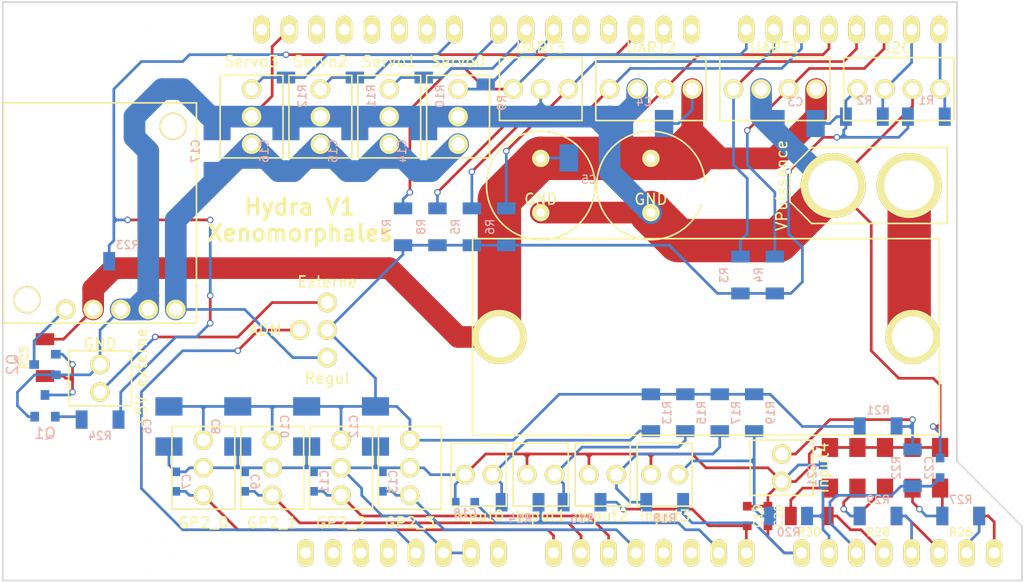
<source format=kicad_pcb>
(kicad_pcb (version 4) (host pcbnew "(2015-09-24 BZR 6216, Git 45a9b1c)-product")

  (general
    (links 168)
    (no_connects 0)
    (area 147.839286 46.1296 242.891601 105.4536)
    (thickness 1.6)
    (drawings 13)
    (tracks 629)
    (zones 0)
    (modules 82)
    (nets 65)
  )

  (page A4)
  (layers
    (0 F.Cu signal)
    (31 B.Cu signal)
    (32 B.Adhes user)
    (33 F.Adhes user)
    (34 B.Paste user)
    (35 F.Paste user)
    (36 B.SilkS user)
    (37 F.SilkS user)
    (38 B.Mask user)
    (39 F.Mask user)
    (40 Dwgs.User user)
    (41 Cmts.User user)
    (42 Eco1.User user)
    (43 Eco2.User user)
    (44 Edge.Cuts user)
    (45 Margin user)
    (46 B.CrtYd user)
    (47 F.CrtYd user)
    (48 B.Fab user)
    (49 F.Fab user)
  )

  (setup
    (last_trace_width 0.25)
    (user_trace_width 2)
    (user_trace_width 4)
    (trace_clearance 0.2)
    (zone_clearance 0.508)
    (zone_45_only no)
    (trace_min 0.2)
    (segment_width 0.2)
    (edge_width 0.15)
    (via_size 0.6)
    (via_drill 0.4)
    (via_min_size 0.4)
    (via_min_drill 0.3)
    (uvia_size 0.3)
    (uvia_drill 0.1)
    (uvias_allowed no)
    (uvia_min_size 0.2)
    (uvia_min_drill 0.1)
    (pcb_text_width 0.3)
    (pcb_text_size 1.5 1.5)
    (mod_edge_width 0.15)
    (mod_text_size 1 1)
    (mod_text_width 0.15)
    (pad_size 1.524 1.524)
    (pad_drill 0.762)
    (pad_to_mask_clearance 0.2)
    (aux_axis_origin 0 0)
    (visible_elements 7FFFFF7F)
    (pcbplotparams
      (layerselection 0x010f0_80000001)
      (usegerberextensions true)
      (excludeedgelayer true)
      (linewidth 0.100000)
      (plotframeref false)
      (viasonmask false)
      (mode 1)
      (useauxorigin false)
      (hpglpennumber 1)
      (hpglpenspeed 20)
      (hpglpendiameter 15)
      (hpglpenoverlay 2)
      (psnegative false)
      (psa4output false)
      (plotreference true)
      (plotvalue true)
      (plotinvisibletext false)
      (padsonsilk false)
      (subtractmaskfromsilk false)
      (outputformat 1)
      (mirror false)
      (drillshape 0)
      (scaleselection 1)
      (outputdirectory e:/Users/Clm/Documents/GitHub/hydra/Gerber2/))
  )

  (net 0 "")
  (net 1 /Com/+7.5V)
  (net 2 /Arduino/GND)
  (net 3 /Com/+5V)
  (net 4 /Arduino/GP2_0)
  (net 5 /Arduino/GP2_1)
  (net 6 /Arduino/GP2_2)
  (net 7 /Arduino/GP2_3)
  (net 8 /Servo1/+5V)
  (net 9 /Arduino/Input0)
  (net 10 /Arduino/Input1)
  (net 11 /Arduino/Input2)
  (net 12 /Arduino/Input3)
  (net 13 /Arduino/Input4)
  (net 14 "Net-(D1-Pad2)")
  (net 15 "Net-(D2-Pad2)")
  (net 16 "Net-(D3-Pad2)")
  (net 17 "Net-(D4-Pad2)")
  (net 18 "Net-(D5-Pad2)")
  (net 19 "Net-(F1-Pad2)")
  (net 20 /Arduino/SCL)
  (net 21 /Arduino/SDA)
  (net 22 /Arduino/TX1)
  (net 23 /Arduino/RX1)
  (net 24 /Arduino/TX2)
  (net 25 /Arduino/RX2)
  (net 26 /Arduino/TX3)
  (net 27 /Arduino/RX3)
  (net 28 /Servo1/PWM)
  (net 29 /Servo2/PWM)
  (net 30 /Servo3/PWM)
  (net 31 /Servo4/PWM)
  (net 32 "Net-(P13-Pad2)")
  (net 33 "Net-(P14-Pad2)")
  (net 34 "Net-(P15-Pad2)")
  (net 35 "Net-(P16-Pad2)")
  (net 36 "Net-(P17-Pad2)")
  (net 37 "Net-(P19-Pad2)")
  (net 38 /Arduino/+5VADM)
  (net 39 "Net-(Q1-Pad1)")
  (net 40 "Net-(Q1-Pad3)")
  (net 41 "Net-(Q2-Pad3)")
  (net 42 /Arduino/RegulEnable)
  (net 43 "Net-(R26-Pad2)")
  (net 44 "Net-(R27-Pad2)")
  (net 45 "Net-(R28-Pad2)")
  (net 46 "Net-(R29-Pad2)")
  (net 47 "Net-(R30-Pad2)")
  (net 48 "Net-(SHIELD1-PadAD5)")
  (net 49 "Net-(SHIELD1-PadAD4)")
  (net 50 "Net-(SHIELD1-PadV_IN)")
  (net 51 "Net-(SHIELD1-Pad3V3)")
  (net 52 "Net-(SHIELD1-PadRST)")
  (net 53 "Net-(SHIELD1-Pad0)")
  (net 54 "Net-(SHIELD1-Pad1)")
  (net 55 "Net-(SHIELD1-Pad3)")
  (net 56 "Net-(SHIELD1-Pad4)")
  (net 57 "Net-(SHIELD1-Pad9)")
  (net 58 "Net-(SHIELD1-Pad10)")
  (net 59 "Net-(SHIELD1-Pad11)")
  (net 60 "Net-(SHIELD1-Pad12)")
  (net 61 "Net-(SHIELD1-Pad13)")
  (net 62 "Net-(SHIELD1-PadAREF)")
  (net 63 "Net-(SHIELD1-PadIO_R)")
  (net 64 "Net-(SHIELD1-PadNC)")

  (net_class Default "Ceci est la Netclass par défaut"
    (clearance 0.2)
    (trace_width 0.25)
    (via_dia 0.6)
    (via_drill 0.4)
    (uvia_dia 0.3)
    (uvia_drill 0.1)
    (add_net /Arduino/+5VADM)
    (add_net /Arduino/GND)
    (add_net /Arduino/GP2_0)
    (add_net /Arduino/GP2_1)
    (add_net /Arduino/GP2_2)
    (add_net /Arduino/GP2_3)
    (add_net /Arduino/Input0)
    (add_net /Arduino/Input1)
    (add_net /Arduino/Input2)
    (add_net /Arduino/Input3)
    (add_net /Arduino/Input4)
    (add_net /Arduino/RX1)
    (add_net /Arduino/RX2)
    (add_net /Arduino/RX3)
    (add_net /Arduino/RegulEnable)
    (add_net /Arduino/SCL)
    (add_net /Arduino/SDA)
    (add_net /Arduino/TX1)
    (add_net /Arduino/TX2)
    (add_net /Arduino/TX3)
    (add_net /Com/+5V)
    (add_net /Com/+7.5V)
    (add_net /Servo1/+5V)
    (add_net /Servo1/PWM)
    (add_net /Servo2/PWM)
    (add_net /Servo3/PWM)
    (add_net /Servo4/PWM)
    (add_net "Net-(D1-Pad2)")
    (add_net "Net-(D2-Pad2)")
    (add_net "Net-(D3-Pad2)")
    (add_net "Net-(D4-Pad2)")
    (add_net "Net-(D5-Pad2)")
    (add_net "Net-(F1-Pad2)")
    (add_net "Net-(P13-Pad2)")
    (add_net "Net-(P14-Pad2)")
    (add_net "Net-(P15-Pad2)")
    (add_net "Net-(P16-Pad2)")
    (add_net "Net-(P17-Pad2)")
    (add_net "Net-(P19-Pad2)")
    (add_net "Net-(Q1-Pad1)")
    (add_net "Net-(Q1-Pad3)")
    (add_net "Net-(Q2-Pad3)")
    (add_net "Net-(R26-Pad2)")
    (add_net "Net-(R27-Pad2)")
    (add_net "Net-(R28-Pad2)")
    (add_net "Net-(R29-Pad2)")
    (add_net "Net-(R30-Pad2)")
    (add_net "Net-(SHIELD1-Pad0)")
    (add_net "Net-(SHIELD1-Pad1)")
    (add_net "Net-(SHIELD1-Pad10)")
    (add_net "Net-(SHIELD1-Pad11)")
    (add_net "Net-(SHIELD1-Pad12)")
    (add_net "Net-(SHIELD1-Pad13)")
    (add_net "Net-(SHIELD1-Pad3)")
    (add_net "Net-(SHIELD1-Pad3V3)")
    (add_net "Net-(SHIELD1-Pad4)")
    (add_net "Net-(SHIELD1-Pad9)")
    (add_net "Net-(SHIELD1-PadAD4)")
    (add_net "Net-(SHIELD1-PadAD5)")
    (add_net "Net-(SHIELD1-PadAREF)")
    (add_net "Net-(SHIELD1-PadIO_R)")
    (add_net "Net-(SHIELD1-PadNC)")
    (add_net "Net-(SHIELD1-PadRST)")
    (add_net "Net-(SHIELD1-PadV_IN)")
  )

  (module Footprints:C_Radial (layer F.Cu) (tedit 5717EBA7) (tstamp 571409E2)
    (at 198.12 68.58 270)
    (path /56E720E2/5709CC52)
    (fp_text reference C1 (at 0 6 270) (layer F.SilkS) hide
      (effects (font (size 1 1) (thickness 0.15)))
    )
    (fp_text value 330µF (at 0 -2 270) (layer F.Fab) hide
      (effects (font (size 1 1) (thickness 0.15)))
    )
    (fp_circle (center 0 0) (end 5 0) (layer F.SilkS) (width 0.15))
    (pad 1 thru_hole circle (at -2.5 0 270) (size 1.6 1.6) (drill 0.8) (layers *.Cu *.Mask F.SilkS)
      (net 1 /Com/+7.5V))
    (pad 2 thru_hole circle (at 2.5 0 270) (size 1.6 1.6) (drill 0.8) (layers *.Cu *.Mask F.SilkS)
      (net 2 /Arduino/GND))
  )

  (module Footprints:C_Radial (layer F.Cu) (tedit 5717EBAB) (tstamp 571409E9)
    (at 208.28 68.58 270)
    (path /56E720E2/5707DB6F)
    (fp_text reference C2 (at 0 6 270) (layer F.SilkS) hide
      (effects (font (size 1 1) (thickness 0.15)))
    )
    (fp_text value 330µF (at 0 -2 270) (layer F.Fab) hide
      (effects (font (size 1 1) (thickness 0.15)))
    )
    (fp_circle (center 0 0) (end 5 0) (layer F.SilkS) (width 0.15))
    (pad 1 thru_hole circle (at -2.5 0 270) (size 1.6 1.6) (drill 0.8) (layers *.Cu *.Mask F.SilkS)
      (net 1 /Com/+7.5V))
    (pad 2 thru_hole circle (at 2.5 0 270) (size 1.6 1.6) (drill 0.8) (layers *.Cu *.Mask F.SilkS)
      (net 2 /Arduino/GND))
  )

  (module Footprints:C_CMS1210 (layer B.Cu) (tedit 561D936D) (tstamp 571409EF)
    (at 221.615 62.865)
    (path /56E720E2/5709C09B)
    (fp_text reference C3 (at 0 -2) (layer B.SilkS)
      (effects (font (size 0.75 0.75) (thickness 0.125)) (justify mirror))
    )
    (fp_text value 10µF (at 0 3.04) (layer B.Fab) hide
      (effects (font (size 1 1) (thickness 0.15)) (justify mirror))
    )
    (pad 1 smd rect (at -1.85 0) (size 1.7 2.5) (layers B.Cu B.Paste B.Mask)
      (net 2 /Arduino/GND))
    (pad 2 smd rect (at 1.85 0) (size 1.7 2.5) (layers B.Cu B.Paste B.Mask)
      (net 3 /Com/+5V))
  )

  (module Footprints:C_CMS1210 (layer B.Cu) (tedit 561D936D) (tstamp 571409F5)
    (at 207.645 62.865)
    (path /56E720E2/5709C9E3)
    (fp_text reference C4 (at 0 -2) (layer B.SilkS)
      (effects (font (size 0.75 0.75) (thickness 0.125)) (justify mirror))
    )
    (fp_text value 10µF (at 0 3.04) (layer B.Fab) hide
      (effects (font (size 1 1) (thickness 0.15)) (justify mirror))
    )
    (pad 1 smd rect (at -1.85 0) (size 1.7 2.5) (layers B.Cu B.Paste B.Mask)
      (net 2 /Arduino/GND))
    (pad 2 smd rect (at 1.85 0) (size 1.7 2.5) (layers B.Cu B.Paste B.Mask)
      (net 1 /Com/+7.5V))
  )

  (module Footprints:C_CMS1210 (layer B.Cu) (tedit 561D936D) (tstamp 571409FB)
    (at 202.565 66.04 180)
    (path /56E720E2/5709CA2B)
    (fp_text reference C5 (at 0 -2 180) (layer B.SilkS)
      (effects (font (size 0.75 0.75) (thickness 0.125)) (justify mirror))
    )
    (fp_text value 10µF (at 0 3.04 180) (layer B.Fab) hide
      (effects (font (size 1 1) (thickness 0.15)) (justify mirror))
    )
    (pad 1 smd rect (at -1.85 0 180) (size 1.7 2.5) (layers B.Cu B.Paste B.Mask)
      (net 2 /Arduino/GND))
    (pad 2 smd rect (at 1.85 0 180) (size 1.7 2.5) (layers B.Cu B.Paste B.Mask)
      (net 1 /Com/+7.5V))
  )

  (module Footprints:C_CMS1210 (layer B.Cu) (tedit 561D936D) (tstamp 57140A01)
    (at 163.83 90.805 90)
    (path /56E73C19/55E7C068)
    (fp_text reference C6 (at 0 -2 90) (layer B.SilkS)
      (effects (font (size 0.75 0.75) (thickness 0.125)) (justify mirror))
    )
    (fp_text value 10µF (at 0 3.04 90) (layer B.Fab) hide
      (effects (font (size 1 1) (thickness 0.15)) (justify mirror))
    )
    (pad 1 smd rect (at -1.85 0 90) (size 1.7 2.5) (layers B.Cu B.Paste B.Mask)
      (net 2 /Arduino/GND))
    (pad 2 smd rect (at 1.85 0 90) (size 1.7 2.5) (layers B.Cu B.Paste B.Mask)
      (net 3 /Com/+5V))
  )

  (module Footprints:C_CMS0603 (layer B.Cu) (tedit 561D9230) (tstamp 57140A07)
    (at 164.465 95.885 270)
    (path /56E73C19/5602AA98)
    (fp_text reference C7 (at 0 -1 270) (layer B.SilkS)
      (effects (font (size 0.75 0.75) (thickness 0.125)) (justify mirror))
    )
    (fp_text value 100nF (at 0 3.04 270) (layer B.Fab) hide
      (effects (font (size 1 1) (thickness 0.15)) (justify mirror))
    )
    (pad 1 smd rect (at -0.9 0 270) (size 0.8 0.8) (layers B.Cu B.Paste B.Mask)
      (net 2 /Arduino/GND))
    (pad 2 smd rect (at 0.9 0 270) (size 0.8 0.8) (layers B.Cu B.Paste B.Mask)
      (net 4 /Arduino/GP2_0))
  )

  (module Footprints:C_CMS1210 (layer B.Cu) (tedit 561D936D) (tstamp 57140A0D)
    (at 170.18 90.805 90)
    (path /56E745E7/55E7C068)
    (fp_text reference C8 (at 0 -2 90) (layer B.SilkS)
      (effects (font (size 0.75 0.75) (thickness 0.125)) (justify mirror))
    )
    (fp_text value 10µF (at 0 3.04 90) (layer B.Fab) hide
      (effects (font (size 1 1) (thickness 0.15)) (justify mirror))
    )
    (pad 1 smd rect (at -1.85 0 90) (size 1.7 2.5) (layers B.Cu B.Paste B.Mask)
      (net 2 /Arduino/GND))
    (pad 2 smd rect (at 1.85 0 90) (size 1.7 2.5) (layers B.Cu B.Paste B.Mask)
      (net 3 /Com/+5V))
  )

  (module Footprints:C_CMS0603 (layer B.Cu) (tedit 561D9230) (tstamp 57140A13)
    (at 170.815 95.885 270)
    (path /56E745E7/5602AA98)
    (fp_text reference C9 (at 0 -1 270) (layer B.SilkS)
      (effects (font (size 0.75 0.75) (thickness 0.125)) (justify mirror))
    )
    (fp_text value 100nF (at 0 3.04 270) (layer B.Fab) hide
      (effects (font (size 1 1) (thickness 0.15)) (justify mirror))
    )
    (pad 1 smd rect (at -0.9 0 270) (size 0.8 0.8) (layers B.Cu B.Paste B.Mask)
      (net 2 /Arduino/GND))
    (pad 2 smd rect (at 0.9 0 270) (size 0.8 0.8) (layers B.Cu B.Paste B.Mask)
      (net 5 /Arduino/GP2_1))
  )

  (module Footprints:C_CMS1210 (layer B.Cu) (tedit 561D936D) (tstamp 57140A19)
    (at 176.53 90.805 90)
    (path /56E74A24/55E7C068)
    (fp_text reference C10 (at 0 -2 90) (layer B.SilkS)
      (effects (font (size 0.75 0.75) (thickness 0.125)) (justify mirror))
    )
    (fp_text value 10µF (at 0 3.04 90) (layer B.Fab) hide
      (effects (font (size 1 1) (thickness 0.15)) (justify mirror))
    )
    (pad 1 smd rect (at -1.85 0 90) (size 1.7 2.5) (layers B.Cu B.Paste B.Mask)
      (net 2 /Arduino/GND))
    (pad 2 smd rect (at 1.85 0 90) (size 1.7 2.5) (layers B.Cu B.Paste B.Mask)
      (net 3 /Com/+5V))
  )

  (module Footprints:C_CMS0603 (layer B.Cu) (tedit 561D9230) (tstamp 57140A1F)
    (at 177.165 95.885 270)
    (path /56E74A24/5602AA98)
    (fp_text reference C11 (at 0 -1 270) (layer B.SilkS)
      (effects (font (size 0.75 0.75) (thickness 0.125)) (justify mirror))
    )
    (fp_text value 100nF (at 0 3.04 270) (layer B.Fab) hide
      (effects (font (size 1 1) (thickness 0.15)) (justify mirror))
    )
    (pad 1 smd rect (at -0.9 0 270) (size 0.8 0.8) (layers B.Cu B.Paste B.Mask)
      (net 2 /Arduino/GND))
    (pad 2 smd rect (at 0.9 0 270) (size 0.8 0.8) (layers B.Cu B.Paste B.Mask)
      (net 6 /Arduino/GP2_2))
  )

  (module Footprints:C_CMS1210 (layer B.Cu) (tedit 561D936D) (tstamp 57140A25)
    (at 182.88 90.805 90)
    (path /56E74A29/55E7C068)
    (fp_text reference C12 (at 0 -2 90) (layer B.SilkS)
      (effects (font (size 0.75 0.75) (thickness 0.125)) (justify mirror))
    )
    (fp_text value 10µF (at 0 3.04 90) (layer B.Fab) hide
      (effects (font (size 1 1) (thickness 0.15)) (justify mirror))
    )
    (pad 1 smd rect (at -1.85 0 90) (size 1.7 2.5) (layers B.Cu B.Paste B.Mask)
      (net 2 /Arduino/GND))
    (pad 2 smd rect (at 1.85 0 90) (size 1.7 2.5) (layers B.Cu B.Paste B.Mask)
      (net 3 /Com/+5V))
  )

  (module Footprints:C_CMS0603 (layer B.Cu) (tedit 561D9230) (tstamp 57140A2B)
    (at 183.515 95.885 270)
    (path /56E74A29/5602AA98)
    (fp_text reference C13 (at 0 -1 270) (layer B.SilkS)
      (effects (font (size 0.75 0.75) (thickness 0.125)) (justify mirror))
    )
    (fp_text value 100nF (at 0 3.04 270) (layer B.Fab) hide
      (effects (font (size 1 1) (thickness 0.15)) (justify mirror))
    )
    (pad 1 smd rect (at -0.9 0 270) (size 0.8 0.8) (layers B.Cu B.Paste B.Mask)
      (net 2 /Arduino/GND))
    (pad 2 smd rect (at 0.9 0 270) (size 0.8 0.8) (layers B.Cu B.Paste B.Mask)
      (net 7 /Arduino/GP2_3))
  )

  (module Footprints:C_CMS1210 (layer B.Cu) (tedit 561D936D) (tstamp 57140A31)
    (at 187.325 65.405 90)
    (path /56E7A6CD/56E7A7BA)
    (fp_text reference C14 (at 0 -2 90) (layer B.SilkS)
      (effects (font (size 0.75 0.75) (thickness 0.125)) (justify mirror))
    )
    (fp_text value 10µF (at 0 3.04 90) (layer B.Fab) hide
      (effects (font (size 1 1) (thickness 0.15)) (justify mirror))
    )
    (pad 1 smd rect (at -1.85 0 90) (size 1.7 2.5) (layers B.Cu B.Paste B.Mask)
      (net 8 /Servo1/+5V))
    (pad 2 smd rect (at 1.85 0 90) (size 1.7 2.5) (layers B.Cu B.Paste B.Mask)
      (net 2 /Arduino/GND))
  )

  (module Footprints:C_CMS1210 (layer B.Cu) (tedit 561D936D) (tstamp 57140A37)
    (at 180.975 65.405 90)
    (path /56E7FB11/56E7A7BA)
    (fp_text reference C15 (at 0 -2 90) (layer B.SilkS)
      (effects (font (size 0.75 0.75) (thickness 0.125)) (justify mirror))
    )
    (fp_text value 10µF (at 0 3.04 90) (layer B.Fab) hide
      (effects (font (size 1 1) (thickness 0.15)) (justify mirror))
    )
    (pad 1 smd rect (at -1.85 0 90) (size 1.7 2.5) (layers B.Cu B.Paste B.Mask)
      (net 8 /Servo1/+5V))
    (pad 2 smd rect (at 1.85 0 90) (size 1.7 2.5) (layers B.Cu B.Paste B.Mask)
      (net 2 /Arduino/GND))
  )

  (module Footprints:C_CMS1210 (layer B.Cu) (tedit 561D936D) (tstamp 57140A3D)
    (at 174.625 65.405 90)
    (path /56E7FE3A/56E7A7BA)
    (fp_text reference C16 (at 0 -2 90) (layer B.SilkS)
      (effects (font (size 0.75 0.75) (thickness 0.125)) (justify mirror))
    )
    (fp_text value 10µF (at 0 3.04 90) (layer B.Fab) hide
      (effects (font (size 1 1) (thickness 0.15)) (justify mirror))
    )
    (pad 1 smd rect (at -1.85 0 90) (size 1.7 2.5) (layers B.Cu B.Paste B.Mask)
      (net 8 /Servo1/+5V))
    (pad 2 smd rect (at 1.85 0 90) (size 1.7 2.5) (layers B.Cu B.Paste B.Mask)
      (net 2 /Arduino/GND))
  )

  (module Footprints:C_CMS1210 (layer B.Cu) (tedit 561D936D) (tstamp 57140A43)
    (at 168.275 65.405 90)
    (path /56E7FE3F/56E7A7BA)
    (fp_text reference C17 (at 0 -2 90) (layer B.SilkS)
      (effects (font (size 0.75 0.75) (thickness 0.125)) (justify mirror))
    )
    (fp_text value 10µF (at 0 3.04 90) (layer B.Fab) hide
      (effects (font (size 1 1) (thickness 0.15)) (justify mirror))
    )
    (pad 1 smd rect (at -1.85 0 90) (size 1.7 2.5) (layers B.Cu B.Paste B.Mask)
      (net 8 /Servo1/+5V))
    (pad 2 smd rect (at 1.85 0 90) (size 1.7 2.5) (layers B.Cu B.Paste B.Mask)
      (net 2 /Arduino/GND))
  )

  (module Footprints:C_CMS0603 (layer B.Cu) (tedit 561D9230) (tstamp 57140A49)
    (at 191.135 97.79 180)
    (path /56E778EA/5603CA3F)
    (fp_text reference C18 (at 0 -1 180) (layer B.SilkS)
      (effects (font (size 0.75 0.75) (thickness 0.125)) (justify mirror))
    )
    (fp_text value 1µF (at 0 3.04 180) (layer B.Fab) hide
      (effects (font (size 1 1) (thickness 0.15)) (justify mirror))
    )
    (pad 1 smd rect (at -0.9 0 180) (size 0.8 0.8) (layers B.Cu B.Paste B.Mask)
      (net 9 /Arduino/Input0))
    (pad 2 smd rect (at 0.9 0 180) (size 0.8 0.8) (layers B.Cu B.Paste B.Mask)
      (net 2 /Arduino/GND))
  )

  (module Footprints:C_CMS0603 (layer F.Cu) (tedit 561D9230) (tstamp 57140A4F)
    (at 217.17 99.06 90)
    (path /56E80075/5603CA3F)
    (fp_text reference C19 (at 0 1 90) (layer F.SilkS)
      (effects (font (size 0.75 0.75) (thickness 0.125)))
    )
    (fp_text value 1µF (at 0 -3.04 90) (layer F.Fab) hide
      (effects (font (size 1 1) (thickness 0.15)))
    )
    (pad 1 smd rect (at -0.9 0 90) (size 0.8 0.8) (layers F.Cu F.Paste F.Mask)
      (net 10 /Arduino/Input1))
    (pad 2 smd rect (at 0.9 0 90) (size 0.8 0.8) (layers F.Cu F.Paste F.Mask)
      (net 2 /Arduino/GND))
  )

  (module Footprints:C_CMS0603 (layer F.Cu) (tedit 561D9230) (tstamp 57140A55)
    (at 219.075 99.06 90)
    (path /56E8038C/5603CA3F)
    (fp_text reference C20 (at 0 1 90) (layer F.SilkS)
      (effects (font (size 0.75 0.75) (thickness 0.125)))
    )
    (fp_text value 1µF (at 0 -3.04 90) (layer F.Fab) hide
      (effects (font (size 1 1) (thickness 0.15)))
    )
    (pad 1 smd rect (at -0.9 0 90) (size 0.8 0.8) (layers F.Cu F.Paste F.Mask)
      (net 11 /Arduino/Input2))
    (pad 2 smd rect (at 0.9 0 90) (size 0.8 0.8) (layers F.Cu F.Paste F.Mask)
      (net 2 /Arduino/GND))
  )

  (module Footprints:C_CMS0603 (layer B.Cu) (tedit 561D9230) (tstamp 57140A5B)
    (at 224.155 95.25 90)
    (path /56E80391/5603CA3F)
    (fp_text reference C21 (at 0 -1 90) (layer B.SilkS)
      (effects (font (size 0.75 0.75) (thickness 0.125)) (justify mirror))
    )
    (fp_text value 1µF (at 0 3.04 90) (layer B.Fab) hide
      (effects (font (size 1 1) (thickness 0.15)) (justify mirror))
    )
    (pad 1 smd rect (at -0.9 0 90) (size 0.8 0.8) (layers B.Cu B.Paste B.Mask)
      (net 12 /Arduino/Input3))
    (pad 2 smd rect (at 0.9 0 90) (size 0.8 0.8) (layers B.Cu B.Paste B.Mask)
      (net 2 /Arduino/GND))
  )

  (module Footprints:C_CMS0603 (layer B.Cu) (tedit 561D9230) (tstamp 57140A61)
    (at 234.95 94.615 90)
    (path /56E805FD/5603CA3F)
    (fp_text reference C22 (at 0 -1 90) (layer B.SilkS)
      (effects (font (size 0.75 0.75) (thickness 0.125)) (justify mirror))
    )
    (fp_text value 1µF (at 0 3.04 90) (layer B.Fab) hide
      (effects (font (size 1 1) (thickness 0.15)) (justify mirror))
    )
    (pad 1 smd rect (at -0.9 0 90) (size 0.8 0.8) (layers B.Cu B.Paste B.Mask)
      (net 13 /Arduino/Input4))
    (pad 2 smd rect (at 0.9 0 90) (size 0.8 0.8) (layers B.Cu B.Paste B.Mask)
      (net 2 /Arduino/GND))
  )

  (module Footprints:LED_Green_CMS (layer F.Cu) (tedit 5717ED2E) (tstamp 57140A67)
    (at 234.95 94.615 270)
    (path /5707BA3E/5707C0E3)
    (fp_text reference D1 (at 0 1.5 270) (layer F.SilkS) hide
      (effects (font (size 0.75 0.75) (thickness 0.125)))
    )
    (fp_text value LED (at 0 -2.04 270) (layer F.Fab) hide
      (effects (font (size 1 1) (thickness 0.15)))
    )
    (pad 2 smd rect (at 1.875 0 270) (size 1.75 1.5) (layers F.Cu F.Paste F.Mask)
      (net 14 "Net-(D1-Pad2)"))
    (pad 1 smd rect (at -1.875 0 270) (size 1.75 1.5) (layers F.Cu F.Paste F.Mask)
      (net 2 /Arduino/GND))
  )

  (module Footprints:LED_Green_CMS (layer F.Cu) (tedit 5717ED33) (tstamp 57140A6D)
    (at 232.41 94.615 270)
    (path /5707BA3E/5709AC30)
    (fp_text reference D2 (at 0 1.5 270) (layer F.SilkS) hide
      (effects (font (size 0.75 0.75) (thickness 0.125)))
    )
    (fp_text value LED (at 0 -2.04 270) (layer F.Fab) hide
      (effects (font (size 1 1) (thickness 0.15)))
    )
    (pad 2 smd rect (at 1.875 0 270) (size 1.75 1.5) (layers F.Cu F.Paste F.Mask)
      (net 15 "Net-(D2-Pad2)"))
    (pad 1 smd rect (at -1.875 0 270) (size 1.75 1.5) (layers F.Cu F.Paste F.Mask)
      (net 2 /Arduino/GND))
  )

  (module Footprints:LED_Green_CMS (layer F.Cu) (tedit 5717ED36) (tstamp 57140A73)
    (at 229.87 94.615 270)
    (path /5707BA3E/5709AC5C)
    (fp_text reference D3 (at 0 1.5 270) (layer F.SilkS) hide
      (effects (font (size 0.75 0.75) (thickness 0.125)))
    )
    (fp_text value LED (at 0 -2.04 270) (layer F.Fab) hide
      (effects (font (size 1 1) (thickness 0.15)))
    )
    (pad 2 smd rect (at 1.875 0 270) (size 1.75 1.5) (layers F.Cu F.Paste F.Mask)
      (net 16 "Net-(D3-Pad2)"))
    (pad 1 smd rect (at -1.875 0 270) (size 1.75 1.5) (layers F.Cu F.Paste F.Mask)
      (net 2 /Arduino/GND))
  )

  (module Footprints:LED_Green_CMS (layer F.Cu) (tedit 5717ED39) (tstamp 57140A79)
    (at 227.33 94.615 270)
    (path /5707BA3E/5709AC8B)
    (fp_text reference D4 (at 0 1.5 270) (layer F.SilkS) hide
      (effects (font (size 0.75 0.75) (thickness 0.125)))
    )
    (fp_text value LED (at 0 -2.04 270) (layer F.Fab) hide
      (effects (font (size 1 1) (thickness 0.15)))
    )
    (pad 2 smd rect (at 1.875 0 270) (size 1.75 1.5) (layers F.Cu F.Paste F.Mask)
      (net 17 "Net-(D4-Pad2)"))
    (pad 1 smd rect (at -1.875 0 270) (size 1.75 1.5) (layers F.Cu F.Paste F.Mask)
      (net 2 /Arduino/GND))
  )

  (module Footprints:LED_Green_CMS (layer F.Cu) (tedit 5717ED40) (tstamp 57140A7F)
    (at 224.79 94.615 270)
    (path /5707BA3E/5709ACBB)
    (fp_text reference D5 (at 0 1.5 270) (layer F.SilkS) hide
      (effects (font (size 0.75 0.75) (thickness 0.125)))
    )
    (fp_text value LED (at 0 -2.04 270) (layer F.Fab) hide
      (effects (font (size 1 1) (thickness 0.15)))
    )
    (pad 2 smd rect (at 1.875 0 270) (size 1.75 1.5) (layers F.Cu F.Paste F.Mask)
      (net 18 "Net-(D5-Pad2)"))
    (pad 1 smd rect (at -1.875 0 270) (size 1.75 1.5) (layers F.Cu F.Paste F.Mask)
      (net 2 /Arduino/GND))
  )

  (module Footprints:Fuse (layer F.Cu) (tedit 5717ED25) (tstamp 57140A89)
    (at 213.36 82.55)
    (path /56ECA5DC/560397C6)
    (fp_text reference F1 (at 0 10.16) (layer F.SilkS) hide
      (effects (font (size 1 1) (thickness 0.15)))
    )
    (fp_text value "FUSE 20A" (at 0 -10.16) (layer F.Fab) hide
      (effects (font (size 1 1) (thickness 0.15)))
    )
    (fp_line (start -21.525 -9.07) (end -21.525 9.07) (layer F.SilkS) (width 0.15))
    (fp_line (start 21.525 -9.07) (end 21.525 9.07) (layer F.SilkS) (width 0.15))
    (fp_line (start -21.525 9.07) (end 21.525 9.07) (layer F.SilkS) (width 0.15))
    (fp_line (start -21.525 -9.07) (end 21.525 -9.07) (layer F.SilkS) (width 0.15))
    (pad 1 thru_hole circle (at -19.05 0) (size 5 5) (drill 3.8) (layers *.Cu *.Mask F.SilkS)
      (net 1 /Com/+7.5V))
    (pad 2 thru_hole circle (at 19.05 0) (size 5 5) (drill 3.8) (layers *.Cu *.Mask F.SilkS)
      (net 19 "Net-(F1-Pad2)"))
  )

  (module Footprints:Conn_01x04 (layer F.Cu) (tedit 5717EC62) (tstamp 57140A95)
    (at 231.14 59.69 180)
    (path /56E720E2/56E726F0)
    (fp_text reference I2C (at 0 3.81 180) (layer F.SilkS)
      (effects (font (size 1 1) (thickness 0.15)))
    )
    (fp_text value I2C_1 (at 0 -4 180) (layer F.Fab) hide
      (effects (font (size 1 1) (thickness 0.15)))
    )
    (fp_line (start -5.08 2.9) (end 5.08 2.9) (layer F.SilkS) (width 0.15))
    (fp_line (start -5.08 -2.9) (end -5.08 2.9) (layer F.SilkS) (width 0.15))
    (fp_line (start 5.08 -2.9) (end 5.08 2.9) (layer F.SilkS) (width 0.15))
    (fp_line (start -5.08 -2.9) (end 5.08 -2.9) (layer F.SilkS) (width 0.15))
    (pad 1 thru_hole circle (at -3.81 0 180) (size 1.8 1.8) (drill 1.2) (layers *.Cu *.Mask F.SilkS)
      (net 20 /Arduino/SCL))
    (pad 2 thru_hole circle (at -1.27 0 180) (size 1.8 1.8) (drill 1.2) (layers *.Cu *.Mask F.SilkS)
      (net 2 /Arduino/GND))
    (pad 3 thru_hole circle (at 1.27 0 180) (size 1.8 1.8) (drill 1.2) (layers *.Cu *.Mask F.SilkS)
      (net 21 /Arduino/SDA))
    (pad 4 thru_hole circle (at 3.81 0 180) (size 1.8 1.8) (drill 1.2) (layers *.Cu *.Mask F.SilkS)
      (net 3 /Com/+5V))
  )

  (module Footprints:Conn_01x04 (layer F.Cu) (tedit 5717EC51) (tstamp 57140AA1)
    (at 219.71 59.69)
    (path /56E720E2/56E72478)
    (fp_text reference UART1 (at 0 -3.81) (layer F.SilkS)
      (effects (font (size 1 1) (thickness 0.15)))
    )
    (fp_text value UART_1 (at 0 -4) (layer F.Fab) hide
      (effects (font (size 1 1) (thickness 0.15)))
    )
    (fp_line (start -5.08 2.9) (end 5.08 2.9) (layer F.SilkS) (width 0.15))
    (fp_line (start -5.08 -2.9) (end -5.08 2.9) (layer F.SilkS) (width 0.15))
    (fp_line (start 5.08 -2.9) (end 5.08 2.9) (layer F.SilkS) (width 0.15))
    (fp_line (start -5.08 -2.9) (end 5.08 -2.9) (layer F.SilkS) (width 0.15))
    (pad 1 thru_hole circle (at -3.81 0) (size 1.8 1.8) (drill 1.2) (layers *.Cu *.Mask F.SilkS)
      (net 22 /Arduino/TX1))
    (pad 2 thru_hole circle (at -1.27 0) (size 1.8 1.8) (drill 1.2) (layers *.Cu *.Mask F.SilkS)
      (net 2 /Arduino/GND))
    (pad 3 thru_hole circle (at 1.27 0) (size 1.8 1.8) (drill 1.2) (layers *.Cu *.Mask F.SilkS)
      (net 23 /Arduino/RX1))
    (pad 4 thru_hole circle (at 3.81 0) (size 1.8 1.8) (drill 1.2) (layers *.Cu *.Mask F.SilkS)
      (net 1 /Com/+7.5V))
  )

  (module Footprints:Conn_01x04 (layer F.Cu) (tedit 5717EC55) (tstamp 57140AAD)
    (at 208.28 59.69)
    (path /56E720E2/56E725F7)
    (fp_text reference UART2 (at 0 -3.81) (layer F.SilkS)
      (effects (font (size 1 1) (thickness 0.15)))
    )
    (fp_text value UART_2 (at 0 -4) (layer F.Fab) hide
      (effects (font (size 1 1) (thickness 0.15)))
    )
    (fp_line (start -5.08 2.9) (end 5.08 2.9) (layer F.SilkS) (width 0.15))
    (fp_line (start -5.08 -2.9) (end -5.08 2.9) (layer F.SilkS) (width 0.15))
    (fp_line (start 5.08 -2.9) (end 5.08 2.9) (layer F.SilkS) (width 0.15))
    (fp_line (start -5.08 -2.9) (end 5.08 -2.9) (layer F.SilkS) (width 0.15))
    (pad 1 thru_hole circle (at -3.81 0) (size 1.8 1.8) (drill 1.2) (layers *.Cu *.Mask F.SilkS)
      (net 24 /Arduino/TX2))
    (pad 2 thru_hole circle (at -1.27 0) (size 1.8 1.8) (drill 1.2) (layers *.Cu *.Mask F.SilkS)
      (net 2 /Arduino/GND))
    (pad 3 thru_hole circle (at 1.27 0) (size 1.8 1.8) (drill 1.2) (layers *.Cu *.Mask F.SilkS)
      (net 25 /Arduino/RX2))
    (pad 4 thru_hole circle (at 3.81 0) (size 1.8 1.8) (drill 1.2) (layers *.Cu *.Mask F.SilkS)
      (net 1 /Com/+7.5V))
  )

  (module Footprints:Conn_01x03 (layer F.Cu) (tedit 5717EC57) (tstamp 57140AB8)
    (at 198.12 59.69)
    (path /56E720E2/56E7268A)
    (fp_text reference UART3 (at 0 -3.81) (layer F.SilkS)
      (effects (font (size 1 1) (thickness 0.15)))
    )
    (fp_text value UART_3 (at 0 -4) (layer F.Fab) hide
      (effects (font (size 1 1) (thickness 0.15)))
    )
    (fp_line (start -3.81 2.9) (end 3.81 2.9) (layer F.SilkS) (width 0.15))
    (fp_line (start -3.81 -2.9) (end -3.81 2.9) (layer F.SilkS) (width 0.15))
    (fp_line (start 3.81 -2.9) (end 3.81 2.9) (layer F.SilkS) (width 0.15))
    (fp_line (start -3.81 -2.9) (end 3.81 -2.9) (layer F.SilkS) (width 0.15))
    (pad 1 thru_hole circle (at -2.54 0) (size 1.8 1.8) (drill 1.2) (layers *.Cu *.Mask F.SilkS)
      (net 26 /Arduino/TX3))
    (pad 2 thru_hole circle (at 0 0) (size 1.8 1.8) (drill 1.2) (layers *.Cu *.Mask F.SilkS)
      (net 2 /Arduino/GND))
    (pad 3 thru_hole circle (at 2.54 0) (size 1.8 1.8) (drill 1.2) (layers *.Cu *.Mask F.SilkS)
      (net 27 /Arduino/RX3))
  )

  (module Footprints:Conn_01x03 (layer F.Cu) (tedit 5717EDCD) (tstamp 57140AC3)
    (at 167.005 94.615 90)
    (path /56E73C19/55E7C054)
    (fp_text reference GP2_0 (at -5.08 0 180) (layer F.SilkS)
      (effects (font (size 1 1) (thickness 0.15)))
    )
    (fp_text value GP2 (at 0 -4 90) (layer F.Fab) hide
      (effects (font (size 1 1) (thickness 0.15)))
    )
    (fp_line (start -3.81 2.9) (end 3.81 2.9) (layer F.SilkS) (width 0.15))
    (fp_line (start -3.81 -2.9) (end -3.81 2.9) (layer F.SilkS) (width 0.15))
    (fp_line (start 3.81 -2.9) (end 3.81 2.9) (layer F.SilkS) (width 0.15))
    (fp_line (start -3.81 -2.9) (end 3.81 -2.9) (layer F.SilkS) (width 0.15))
    (pad 1 thru_hole circle (at -2.54 0 90) (size 1.8 1.8) (drill 1.2) (layers *.Cu *.Mask F.SilkS)
      (net 4 /Arduino/GP2_0))
    (pad 2 thru_hole circle (at 0 0 90) (size 1.8 1.8) (drill 1.2) (layers *.Cu *.Mask F.SilkS)
      (net 2 /Arduino/GND))
    (pad 3 thru_hole circle (at 2.54 0 90) (size 1.8 1.8) (drill 1.2) (layers *.Cu *.Mask F.SilkS)
      (net 3 /Com/+5V))
  )

  (module Footprints:Conn_01x03 (layer F.Cu) (tedit 5717EDD7) (tstamp 57140ACE)
    (at 173.355 94.615 90)
    (path /56E745E7/55E7C054)
    (fp_text reference GP2_1 (at -5.08 0 180) (layer F.SilkS)
      (effects (font (size 1 1) (thickness 0.15)))
    )
    (fp_text value GP2 (at 0 -4 90) (layer F.Fab) hide
      (effects (font (size 1 1) (thickness 0.15)))
    )
    (fp_line (start -3.81 2.9) (end 3.81 2.9) (layer F.SilkS) (width 0.15))
    (fp_line (start -3.81 -2.9) (end -3.81 2.9) (layer F.SilkS) (width 0.15))
    (fp_line (start 3.81 -2.9) (end 3.81 2.9) (layer F.SilkS) (width 0.15))
    (fp_line (start -3.81 -2.9) (end 3.81 -2.9) (layer F.SilkS) (width 0.15))
    (pad 1 thru_hole circle (at -2.54 0 90) (size 1.8 1.8) (drill 1.2) (layers *.Cu *.Mask F.SilkS)
      (net 5 /Arduino/GP2_1))
    (pad 2 thru_hole circle (at 0 0 90) (size 1.8 1.8) (drill 1.2) (layers *.Cu *.Mask F.SilkS)
      (net 2 /Arduino/GND))
    (pad 3 thru_hole circle (at 2.54 0 90) (size 1.8 1.8) (drill 1.2) (layers *.Cu *.Mask F.SilkS)
      (net 3 /Com/+5V))
  )

  (module Footprints:Conn_01x03 (layer F.Cu) (tedit 5717EDE1) (tstamp 57140AD9)
    (at 179.705 94.615 90)
    (path /56E74A24/55E7C054)
    (fp_text reference GP2_2 (at -5.08 0 180) (layer F.SilkS)
      (effects (font (size 1 1) (thickness 0.15)))
    )
    (fp_text value GP2 (at 0 -4 90) (layer F.Fab) hide
      (effects (font (size 1 1) (thickness 0.15)))
    )
    (fp_line (start -3.81 2.9) (end 3.81 2.9) (layer F.SilkS) (width 0.15))
    (fp_line (start -3.81 -2.9) (end -3.81 2.9) (layer F.SilkS) (width 0.15))
    (fp_line (start 3.81 -2.9) (end 3.81 2.9) (layer F.SilkS) (width 0.15))
    (fp_line (start -3.81 -2.9) (end 3.81 -2.9) (layer F.SilkS) (width 0.15))
    (pad 1 thru_hole circle (at -2.54 0 90) (size 1.8 1.8) (drill 1.2) (layers *.Cu *.Mask F.SilkS)
      (net 6 /Arduino/GP2_2))
    (pad 2 thru_hole circle (at 0 0 90) (size 1.8 1.8) (drill 1.2) (layers *.Cu *.Mask F.SilkS)
      (net 2 /Arduino/GND))
    (pad 3 thru_hole circle (at 2.54 0 90) (size 1.8 1.8) (drill 1.2) (layers *.Cu *.Mask F.SilkS)
      (net 3 /Com/+5V))
  )

  (module Footprints:Conn_01x03 (layer F.Cu) (tedit 5717EDEB) (tstamp 57140AE4)
    (at 186.055 94.615 90)
    (path /56E74A29/55E7C054)
    (fp_text reference GP2_3 (at -5.08 0 180) (layer F.SilkS)
      (effects (font (size 1 1) (thickness 0.15)))
    )
    (fp_text value GP2 (at 0 -4 90) (layer F.Fab) hide
      (effects (font (size 1 1) (thickness 0.15)))
    )
    (fp_line (start -3.81 2.9) (end 3.81 2.9) (layer F.SilkS) (width 0.15))
    (fp_line (start -3.81 -2.9) (end -3.81 2.9) (layer F.SilkS) (width 0.15))
    (fp_line (start 3.81 -2.9) (end 3.81 2.9) (layer F.SilkS) (width 0.15))
    (fp_line (start -3.81 -2.9) (end 3.81 -2.9) (layer F.SilkS) (width 0.15))
    (pad 1 thru_hole circle (at -2.54 0 90) (size 1.8 1.8) (drill 1.2) (layers *.Cu *.Mask F.SilkS)
      (net 7 /Arduino/GP2_3))
    (pad 2 thru_hole circle (at 0 0 90) (size 1.8 1.8) (drill 1.2) (layers *.Cu *.Mask F.SilkS)
      (net 2 /Arduino/GND))
    (pad 3 thru_hole circle (at 2.54 0 90) (size 1.8 1.8) (drill 1.2) (layers *.Cu *.Mask F.SilkS)
      (net 3 /Com/+5V))
  )

  (module Footprints:Conn_01x03 (layer F.Cu) (tedit 5717ECD4) (tstamp 57140AEF)
    (at 190.5 62.23 90)
    (path /56E7A6CD/56E7A724)
    (fp_text reference Servo0 (at 5.08 0 180) (layer F.SilkS)
      (effects (font (size 1 1) (thickness 0.15)))
    )
    (fp_text value Servo (at 0 -4 90) (layer F.Fab) hide
      (effects (font (size 1 1) (thickness 0.15)))
    )
    (fp_line (start -3.81 2.9) (end 3.81 2.9) (layer F.SilkS) (width 0.15))
    (fp_line (start -3.81 -2.9) (end -3.81 2.9) (layer F.SilkS) (width 0.15))
    (fp_line (start 3.81 -2.9) (end 3.81 2.9) (layer F.SilkS) (width 0.15))
    (fp_line (start -3.81 -2.9) (end 3.81 -2.9) (layer F.SilkS) (width 0.15))
    (pad 1 thru_hole circle (at -2.54 0 90) (size 1.8 1.8) (drill 1.2) (layers *.Cu *.Mask F.SilkS)
      (net 8 /Servo1/+5V))
    (pad 2 thru_hole circle (at 0 0 90) (size 1.8 1.8) (drill 1.2) (layers *.Cu *.Mask F.SilkS)
      (net 2 /Arduino/GND))
    (pad 3 thru_hole circle (at 2.54 0 90) (size 1.8 1.8) (drill 1.2) (layers *.Cu *.Mask F.SilkS)
      (net 28 /Servo1/PWM))
  )

  (module Footprints:Conn_01x03 (layer F.Cu) (tedit 5717ECD7) (tstamp 57140AFA)
    (at 184.15 62.23 90)
    (path /56E7FB11/56E7A724)
    (fp_text reference Servo1 (at 5.08 0 180) (layer F.SilkS)
      (effects (font (size 1 1) (thickness 0.15)))
    )
    (fp_text value Servo (at 0 -4 90) (layer F.Fab) hide
      (effects (font (size 1 1) (thickness 0.15)))
    )
    (fp_line (start -3.81 2.9) (end 3.81 2.9) (layer F.SilkS) (width 0.15))
    (fp_line (start -3.81 -2.9) (end -3.81 2.9) (layer F.SilkS) (width 0.15))
    (fp_line (start 3.81 -2.9) (end 3.81 2.9) (layer F.SilkS) (width 0.15))
    (fp_line (start -3.81 -2.9) (end 3.81 -2.9) (layer F.SilkS) (width 0.15))
    (pad 1 thru_hole circle (at -2.54 0 90) (size 1.8 1.8) (drill 1.2) (layers *.Cu *.Mask F.SilkS)
      (net 8 /Servo1/+5V))
    (pad 2 thru_hole circle (at 0 0 90) (size 1.8 1.8) (drill 1.2) (layers *.Cu *.Mask F.SilkS)
      (net 2 /Arduino/GND))
    (pad 3 thru_hole circle (at 2.54 0 90) (size 1.8 1.8) (drill 1.2) (layers *.Cu *.Mask F.SilkS)
      (net 29 /Servo2/PWM))
  )

  (module Footprints:Conn_01x03 (layer F.Cu) (tedit 5717ECDC) (tstamp 57140B05)
    (at 177.8 62.23 90)
    (path /56E7FE3A/56E7A724)
    (fp_text reference Servo2 (at 5.08 0 180) (layer F.SilkS)
      (effects (font (size 1 1) (thickness 0.15)))
    )
    (fp_text value Servo (at 0 -4 90) (layer F.Fab) hide
      (effects (font (size 1 1) (thickness 0.15)))
    )
    (fp_line (start -3.81 2.9) (end 3.81 2.9) (layer F.SilkS) (width 0.15))
    (fp_line (start -3.81 -2.9) (end -3.81 2.9) (layer F.SilkS) (width 0.15))
    (fp_line (start 3.81 -2.9) (end 3.81 2.9) (layer F.SilkS) (width 0.15))
    (fp_line (start -3.81 -2.9) (end 3.81 -2.9) (layer F.SilkS) (width 0.15))
    (pad 1 thru_hole circle (at -2.54 0 90) (size 1.8 1.8) (drill 1.2) (layers *.Cu *.Mask F.SilkS)
      (net 8 /Servo1/+5V))
    (pad 2 thru_hole circle (at 0 0 90) (size 1.8 1.8) (drill 1.2) (layers *.Cu *.Mask F.SilkS)
      (net 2 /Arduino/GND))
    (pad 3 thru_hole circle (at 2.54 0 90) (size 1.8 1.8) (drill 1.2) (layers *.Cu *.Mask F.SilkS)
      (net 30 /Servo3/PWM))
  )

  (module Footprints:Conn_01x03 (layer F.Cu) (tedit 5717ECDF) (tstamp 57140B10)
    (at 171.45 62.23 90)
    (path /56E7FE3F/56E7A724)
    (fp_text reference Servo3 (at 5.08 0 180) (layer F.SilkS)
      (effects (font (size 1 1) (thickness 0.15)))
    )
    (fp_text value Servo (at 0 -4 90) (layer F.Fab) hide
      (effects (font (size 1 1) (thickness 0.15)))
    )
    (fp_line (start -3.81 2.9) (end 3.81 2.9) (layer F.SilkS) (width 0.15))
    (fp_line (start -3.81 -2.9) (end -3.81 2.9) (layer F.SilkS) (width 0.15))
    (fp_line (start 3.81 -2.9) (end 3.81 2.9) (layer F.SilkS) (width 0.15))
    (fp_line (start -3.81 -2.9) (end 3.81 -2.9) (layer F.SilkS) (width 0.15))
    (pad 1 thru_hole circle (at -2.54 0 90) (size 1.8 1.8) (drill 1.2) (layers *.Cu *.Mask F.SilkS)
      (net 8 /Servo1/+5V))
    (pad 2 thru_hole circle (at 0 0 90) (size 1.8 1.8) (drill 1.2) (layers *.Cu *.Mask F.SilkS)
      (net 2 /Arduino/GND))
    (pad 3 thru_hole circle (at 2.54 0 90) (size 1.8 1.8) (drill 1.2) (layers *.Cu *.Mask F.SilkS)
      (net 31 /Servo4/PWM))
  )

  (module Footprints:Conn_01x02 (layer F.Cu) (tedit 5717ED74) (tstamp 57140B1A)
    (at 192.405 95.25)
    (path /56E778EA/5603CA46)
    (fp_text reference Input0 (at 0 3.81) (layer F.SilkS)
      (effects (font (size 1 1) (thickness 0.15)))
    )
    (fp_text value Switch (at 0 -4) (layer F.Fab) hide
      (effects (font (size 1 1) (thickness 0.15)))
    )
    (fp_line (start -2.54 2.9) (end 2.54 2.9) (layer F.SilkS) (width 0.15))
    (fp_line (start -2.54 -2.9) (end -2.54 2.9) (layer F.SilkS) (width 0.15))
    (fp_line (start 2.54 -2.9) (end 2.54 2.9) (layer F.SilkS) (width 0.15))
    (fp_line (start -2.54 -2.9) (end 2.54 -2.9) (layer F.SilkS) (width 0.15))
    (pad 1 thru_hole circle (at -1.27 0) (size 1.8 1.8) (drill 1.2) (layers *.Cu *.Mask F.SilkS)
      (net 2 /Arduino/GND))
    (pad 2 thru_hole circle (at 1.27 0) (size 1.8 1.8) (drill 1.2) (layers *.Cu *.Mask F.SilkS)
      (net 32 "Net-(P13-Pad2)"))
  )

  (module Footprints:Conn_01x02 (layer F.Cu) (tedit 5717ED7C) (tstamp 57140B24)
    (at 198.12 95.25)
    (path /56E80075/5603CA46)
    (fp_text reference Input1 (at 0 3.81) (layer F.SilkS)
      (effects (font (size 1 1) (thickness 0.15)))
    )
    (fp_text value Switch (at 0 -4) (layer F.Fab) hide
      (effects (font (size 1 1) (thickness 0.15)))
    )
    (fp_line (start -2.54 2.9) (end 2.54 2.9) (layer F.SilkS) (width 0.15))
    (fp_line (start -2.54 -2.9) (end -2.54 2.9) (layer F.SilkS) (width 0.15))
    (fp_line (start 2.54 -2.9) (end 2.54 2.9) (layer F.SilkS) (width 0.15))
    (fp_line (start -2.54 -2.9) (end 2.54 -2.9) (layer F.SilkS) (width 0.15))
    (pad 1 thru_hole circle (at -1.27 0) (size 1.8 1.8) (drill 1.2) (layers *.Cu *.Mask F.SilkS)
      (net 2 /Arduino/GND))
    (pad 2 thru_hole circle (at 1.27 0) (size 1.8 1.8) (drill 1.2) (layers *.Cu *.Mask F.SilkS)
      (net 33 "Net-(P14-Pad2)"))
  )

  (module Footprints:Conn_01x02 (layer F.Cu) (tedit 5717ED83) (tstamp 57140B2E)
    (at 203.835 95.25)
    (path /56E8038C/5603CA46)
    (fp_text reference Input2 (at 0 3.81) (layer F.SilkS)
      (effects (font (size 1 1) (thickness 0.15)))
    )
    (fp_text value Switch (at 0 -4) (layer F.Fab) hide
      (effects (font (size 1 1) (thickness 0.15)))
    )
    (fp_line (start -2.54 2.9) (end 2.54 2.9) (layer F.SilkS) (width 0.15))
    (fp_line (start -2.54 -2.9) (end -2.54 2.9) (layer F.SilkS) (width 0.15))
    (fp_line (start 2.54 -2.9) (end 2.54 2.9) (layer F.SilkS) (width 0.15))
    (fp_line (start -2.54 -2.9) (end 2.54 -2.9) (layer F.SilkS) (width 0.15))
    (pad 1 thru_hole circle (at -1.27 0) (size 1.8 1.8) (drill 1.2) (layers *.Cu *.Mask F.SilkS)
      (net 2 /Arduino/GND))
    (pad 2 thru_hole circle (at 1.27 0) (size 1.8 1.8) (drill 1.2) (layers *.Cu *.Mask F.SilkS)
      (net 34 "Net-(P15-Pad2)"))
  )

  (module Footprints:Conn_01x02 (layer F.Cu) (tedit 5717ED90) (tstamp 57140B38)
    (at 209.55 95.25)
    (path /56E80391/5603CA46)
    (fp_text reference Input3 (at 0 3.81) (layer F.SilkS)
      (effects (font (size 1 1) (thickness 0.15)))
    )
    (fp_text value Switch (at 0 -4) (layer F.Fab) hide
      (effects (font (size 1 1) (thickness 0.15)))
    )
    (fp_line (start -2.54 2.9) (end 2.54 2.9) (layer F.SilkS) (width 0.15))
    (fp_line (start -2.54 -2.9) (end -2.54 2.9) (layer F.SilkS) (width 0.15))
    (fp_line (start 2.54 -2.9) (end 2.54 2.9) (layer F.SilkS) (width 0.15))
    (fp_line (start -2.54 -2.9) (end 2.54 -2.9) (layer F.SilkS) (width 0.15))
    (pad 1 thru_hole circle (at -1.27 0) (size 1.8 1.8) (drill 1.2) (layers *.Cu *.Mask F.SilkS)
      (net 2 /Arduino/GND))
    (pad 2 thru_hole circle (at 1.27 0) (size 1.8 1.8) (drill 1.2) (layers *.Cu *.Mask F.SilkS)
      (net 35 "Net-(P16-Pad2)"))
  )

  (module Footprints:Conn_01x02 (layer F.Cu) (tedit 5717EDA2) (tstamp 57140B42)
    (at 220.345 94.615 90)
    (path /56E805FD/5603CA46)
    (fp_text reference Input4 (at 0 3.81 90) (layer F.SilkS)
      (effects (font (size 1 1) (thickness 0.15)))
    )
    (fp_text value Switch (at 0 -4 90) (layer F.Fab) hide
      (effects (font (size 1 1) (thickness 0.15)))
    )
    (fp_line (start -2.54 2.9) (end 2.54 2.9) (layer F.SilkS) (width 0.15))
    (fp_line (start -2.54 -2.9) (end -2.54 2.9) (layer F.SilkS) (width 0.15))
    (fp_line (start 2.54 -2.9) (end 2.54 2.9) (layer F.SilkS) (width 0.15))
    (fp_line (start -2.54 -2.9) (end 2.54 -2.9) (layer F.SilkS) (width 0.15))
    (pad 1 thru_hole circle (at -1.27 0 90) (size 1.8 1.8) (drill 1.2) (layers *.Cu *.Mask F.SilkS)
      (net 2 /Arduino/GND))
    (pad 2 thru_hole circle (at 1.27 0 90) (size 1.8 1.8) (drill 1.2) (layers *.Cu *.Mask F.SilkS)
      (net 36 "Net-(P17-Pad2)"))
  )

  (module Footprints:Power_Conn_01x02 (layer F.Cu) (tedit 5717ED20) (tstamp 57140B4E)
    (at 228.6 68.58)
    (path /56ECA5DC/55E7E313)
    (fp_text reference VPuissance (at -8.255 0 90) (layer F.SilkS)
      (effects (font (size 1 1) (thickness 0.15)))
    )
    (fp_text value Bat7.5V (at 0 -5.58) (layer F.Fab) hide
      (effects (font (size 1 1) (thickness 0.15)))
    )
    (fp_line (start -5.5 -3.5) (end 7 -3.5) (layer F.SilkS) (width 0.15))
    (fp_line (start 7 -3.5) (end 7 3.5) (layer F.SilkS) (width 0.15))
    (fp_line (start 7 3.5) (end -5.5 3.5) (layer F.SilkS) (width 0.15))
    (fp_line (start -5.5 3.5) (end -7.5 1.5) (layer F.SilkS) (width 0.15))
    (fp_line (start -7.5 1.5) (end -7.5 -1.5) (layer F.SilkS) (width 0.15))
    (fp_line (start -7.5 -1.5) (end -5.5 -3.5) (layer F.SilkS) (width 0.15))
    (pad 1 thru_hole circle (at -3.5 0) (size 6 6) (drill 4.6) (layers *.Cu *.Mask F.SilkS)
      (net 2 /Arduino/GND))
    (pad 2 thru_hole circle (at 3.5 0) (size 6 6) (drill 4.6) (layers *.Cu *.Mask F.SilkS)
      (net 19 "Net-(F1-Pad2)"))
  )

  (module Footprints:Conn_01x02 (layer F.Cu) (tedit 5717EB51) (tstamp 57140B58)
    (at 157.48 86.36 270)
    (path /56ECA5DC/55E7E300)
    (fp_text reference "+5V externe" (at 0 -3.81 450) (layer F.SilkS)
      (effects (font (size 1 1) (thickness 0.15)))
    )
    (fp_text value Bat5V (at 0 -4 270) (layer F.Fab) hide
      (effects (font (size 1 1) (thickness 0.15)))
    )
    (fp_line (start -2.54 2.9) (end 2.54 2.9) (layer F.SilkS) (width 0.15))
    (fp_line (start -2.54 -2.9) (end -2.54 2.9) (layer F.SilkS) (width 0.15))
    (fp_line (start 2.54 -2.9) (end 2.54 2.9) (layer F.SilkS) (width 0.15))
    (fp_line (start -2.54 -2.9) (end 2.54 -2.9) (layer F.SilkS) (width 0.15))
    (pad 1 thru_hole circle (at -1.27 0 270) (size 1.8 1.8) (drill 1.2) (layers *.Cu *.Mask F.SilkS)
      (net 2 /Arduino/GND))
    (pad 2 thru_hole circle (at 1.27 0 270) (size 1.8 1.8) (drill 1.2) (layers *.Cu *.Mask F.SilkS)
      (net 37 "Net-(P19-Pad2)"))
  )

  (module Footprints:3-state_jumper (layer F.Cu) (tedit 5717EA54) (tstamp 57140B60)
    (at 178.435 81.915 90)
    (path /56ECA5DC/56ECA836)
    (fp_text reference P20 (at 0 2 90) (layer F.SilkS) hide
      (effects (font (size 1 1) (thickness 0.15)))
    )
    (fp_text value Jumper5V (at 0 -5 90) (layer F.Fab) hide
      (effects (font (size 1 1) (thickness 0.15)))
    )
    (pad 1 thru_hole circle (at -2.54 0 90) (size 1.8 1.8) (drill 1.2) (layers *.Cu *.Mask F.SilkS)
      (net 8 /Servo1/+5V))
    (pad 2 thru_hole circle (at 0 -2.54 90) (size 1.8 1.8) (drill 1.2) (layers *.Cu *.Mask F.SilkS)
      (net 38 /Arduino/+5VADM))
    (pad 3 thru_hole circle (at 2.54 0 90) (size 1.8 1.8) (drill 1.2) (layers *.Cu *.Mask F.SilkS)
      (net 37 "Net-(P19-Pad2)"))
    (pad 4 thru_hole circle (at 0 0 90) (size 1.8 1.8) (drill 1.2) (layers *.Cu *.Mask F.SilkS)
      (net 3 /Com/+5V))
  )

  (module Footprints:SOT-23-3-bipolar-transistor (layer B.Cu) (tedit 5717EB3F) (tstamp 57140B67)
    (at 152.4 88.9)
    (path /56ECA5DC/57129C12)
    (fp_text reference Q1 (at 0 2.54) (layer B.SilkS)
      (effects (font (size 1 1) (thickness 0.15)) (justify mirror))
    )
    (fp_text value Q_NPN_BEC (at 0 3) (layer B.Fab) hide
      (effects (font (size 1 1) (thickness 0.15)) (justify mirror))
    )
    (pad 1 smd rect (at 0.95 1) (size 0.8 0.9) (layers B.Cu B.Paste B.Mask)
      (net 39 "Net-(Q1-Pad1)"))
    (pad 2 smd rect (at -0.95 1) (size 0.8 0.9) (layers B.Cu B.Paste B.Mask)
      (net 2 /Arduino/GND))
    (pad 3 smd rect (at 0 -1) (size 0.8 0.9) (layers B.Cu B.Paste B.Mask)
      (net 40 "Net-(Q1-Pad3)"))
  )

  (module Footprints:SOT-23-3-bipolar-transistor (layer B.Cu) (tedit 5713F838) (tstamp 57140B6E)
    (at 152.4 85.09 90)
    (path /56ECA5DC/5712A0B1)
    (fp_text reference Q2 (at 0 -3 90) (layer B.SilkS)
      (effects (font (size 1 1) (thickness 0.15)) (justify mirror))
    )
    (fp_text value Q_NPN_BEC (at 0 3 90) (layer B.Fab) hide
      (effects (font (size 1 1) (thickness 0.15)) (justify mirror))
    )
    (pad 1 smd rect (at 0.95 1 90) (size 0.8 0.9) (layers B.Cu B.Paste B.Mask)
      (net 40 "Net-(Q1-Pad3)"))
    (pad 2 smd rect (at -0.95 1 90) (size 0.8 0.9) (layers B.Cu B.Paste B.Mask)
      (net 2 /Arduino/GND))
    (pad 3 smd rect (at 0 -1 90) (size 0.8 0.9) (layers B.Cu B.Paste B.Mask)
      (net 41 "Net-(Q2-Pad3)"))
  )

  (module Footprints:R_CMS1206 (layer B.Cu) (tedit 561D91B7) (tstamp 57140B74)
    (at 233.68 62.23)
    (path /56E720E2/5602B2EE)
    (fp_text reference R1 (at 0 -1.5) (layer B.SilkS)
      (effects (font (size 0.75 0.75) (thickness 0.125)) (justify mirror))
    )
    (fp_text value 10kΩ (at 0 3.04) (layer B.Fab) hide
      (effects (font (size 1 1) (thickness 0.15)) (justify mirror))
    )
    (pad 1 smd rect (at -1.7 0) (size 1.1 1.7) (layers B.Cu B.Paste B.Mask)
      (net 3 /Com/+5V))
    (pad 2 smd rect (at 1.7 0) (size 1.1 1.7) (layers B.Cu B.Paste B.Mask)
      (net 20 /Arduino/SCL))
  )

  (module Footprints:R_CMS1206 (layer B.Cu) (tedit 561D91B7) (tstamp 57140B7A)
    (at 227.965 62.23)
    (path /56E720E2/5602B4FB)
    (fp_text reference R2 (at 0 -1.5) (layer B.SilkS)
      (effects (font (size 0.75 0.75) (thickness 0.125)) (justify mirror))
    )
    (fp_text value 10kΩ (at 0 3.04) (layer B.Fab) hide
      (effects (font (size 1 1) (thickness 0.15)) (justify mirror))
    )
    (pad 1 smd rect (at -1.7 0) (size 1.1 1.7) (layers B.Cu B.Paste B.Mask)
      (net 3 /Com/+5V))
    (pad 2 smd rect (at 1.7 0) (size 1.1 1.7) (layers B.Cu B.Paste B.Mask)
      (net 21 /Arduino/SDA))
  )

  (module Footprints:R_CMS1206 (layer B.Cu) (tedit 561D91B7) (tstamp 57140B80)
    (at 216.535 76.835 90)
    (path /56E720E2/5602B666)
    (fp_text reference R3 (at 0 -1.5 90) (layer B.SilkS)
      (effects (font (size 0.75 0.75) (thickness 0.125)) (justify mirror))
    )
    (fp_text value 10kΩ (at 0 3.04 90) (layer B.Fab) hide
      (effects (font (size 1 1) (thickness 0.15)) (justify mirror))
    )
    (pad 1 smd rect (at -1.7 0 90) (size 1.1 1.7) (layers B.Cu B.Paste B.Mask)
      (net 3 /Com/+5V))
    (pad 2 smd rect (at 1.7 0 90) (size 1.1 1.7) (layers B.Cu B.Paste B.Mask)
      (net 22 /Arduino/TX1))
  )

  (module Footprints:R_CMS1206 (layer B.Cu) (tedit 561D91B7) (tstamp 57140B86)
    (at 219.71 76.835 90)
    (path /56E720E2/5602B66C)
    (fp_text reference R4 (at 0 -1.5 90) (layer B.SilkS)
      (effects (font (size 0.75 0.75) (thickness 0.125)) (justify mirror))
    )
    (fp_text value 10kΩ (at 0 3.04 90) (layer B.Fab) hide
      (effects (font (size 1 1) (thickness 0.15)) (justify mirror))
    )
    (pad 1 smd rect (at -1.7 0 90) (size 1.1 1.7) (layers B.Cu B.Paste B.Mask)
      (net 3 /Com/+5V))
    (pad 2 smd rect (at 1.7 0 90) (size 1.1 1.7) (layers B.Cu B.Paste B.Mask)
      (net 23 /Arduino/RX1))
  )

  (module Footprints:R_CMS1206 (layer B.Cu) (tedit 561D91B7) (tstamp 57140B8C)
    (at 191.77 72.39 90)
    (path /56E720E2/5602BC08)
    (fp_text reference R5 (at 0 -1.5 90) (layer B.SilkS)
      (effects (font (size 0.75 0.75) (thickness 0.125)) (justify mirror))
    )
    (fp_text value 10kΩ (at 0 3.04 90) (layer B.Fab) hide
      (effects (font (size 1 1) (thickness 0.15)) (justify mirror))
    )
    (pad 1 smd rect (at -1.7 0 90) (size 1.1 1.7) (layers B.Cu B.Paste B.Mask)
      (net 3 /Com/+5V))
    (pad 2 smd rect (at 1.7 0 90) (size 1.1 1.7) (layers B.Cu B.Paste B.Mask)
      (net 24 /Arduino/TX2))
  )

  (module Footprints:R_CMS1206 (layer B.Cu) (tedit 561D91B7) (tstamp 57140B92)
    (at 194.945 72.39 90)
    (path /56E720E2/5602BC0E)
    (fp_text reference R6 (at 0 -1.5 90) (layer B.SilkS)
      (effects (font (size 0.75 0.75) (thickness 0.125)) (justify mirror))
    )
    (fp_text value 10kΩ (at 0 3.04 90) (layer B.Fab) hide
      (effects (font (size 1 1) (thickness 0.15)) (justify mirror))
    )
    (pad 1 smd rect (at -1.7 0 90) (size 1.1 1.7) (layers B.Cu B.Paste B.Mask)
      (net 3 /Com/+5V))
    (pad 2 smd rect (at 1.7 0 90) (size 1.1 1.7) (layers B.Cu B.Paste B.Mask)
      (net 25 /Arduino/RX2))
  )

  (module Footprints:R_CMS1206 (layer B.Cu) (tedit 561D91B7) (tstamp 57140B98)
    (at 185.42 72.39 90)
    (path /56E720E2/56E72AA3)
    (fp_text reference R7 (at 0 -1.5 90) (layer B.SilkS)
      (effects (font (size 0.75 0.75) (thickness 0.125)) (justify mirror))
    )
    (fp_text value 10kΩ (at 0 3.04 90) (layer B.Fab) hide
      (effects (font (size 1 1) (thickness 0.15)) (justify mirror))
    )
    (pad 1 smd rect (at -1.7 0 90) (size 1.1 1.7) (layers B.Cu B.Paste B.Mask)
      (net 3 /Com/+5V))
    (pad 2 smd rect (at 1.7 0 90) (size 1.1 1.7) (layers B.Cu B.Paste B.Mask)
      (net 26 /Arduino/TX3))
  )

  (module Footprints:R_CMS1206 (layer B.Cu) (tedit 561D91B7) (tstamp 57140B9E)
    (at 188.595 72.39 90)
    (path /56E720E2/56E72AA9)
    (fp_text reference R8 (at 0 -1.5 90) (layer B.SilkS)
      (effects (font (size 0.75 0.75) (thickness 0.125)) (justify mirror))
    )
    (fp_text value 10kΩ (at 0 3.04 90) (layer B.Fab) hide
      (effects (font (size 1 1) (thickness 0.15)) (justify mirror))
    )
    (pad 1 smd rect (at -1.7 0 90) (size 1.1 1.7) (layers B.Cu B.Paste B.Mask)
      (net 3 /Com/+5V))
    (pad 2 smd rect (at 1.7 0 90) (size 1.1 1.7) (layers B.Cu B.Paste B.Mask)
      (net 27 /Arduino/RX3))
  )

  (module Footprints:R_CMS1206 (layer B.Cu) (tedit 561D91B7) (tstamp 57140BA4)
    (at 193.04 60.96 270)
    (path /56E7A6CD/570C507F)
    (fp_text reference R9 (at 0 -1.5 270) (layer B.SilkS)
      (effects (font (size 0.75 0.75) (thickness 0.125)) (justify mirror))
    )
    (fp_text value 10kΩ (at 0 3.04 270) (layer B.Fab) hide
      (effects (font (size 1 1) (thickness 0.15)) (justify mirror))
    )
    (pad 1 smd rect (at -1.7 0 270) (size 1.1 1.7) (layers B.Cu B.Paste B.Mask)
      (net 28 /Servo1/PWM))
    (pad 2 smd rect (at 1.7 0 270) (size 1.1 1.7) (layers B.Cu B.Paste B.Mask)
      (net 2 /Arduino/GND))
  )

  (module Footprints:R_CMS1206 (layer B.Cu) (tedit 561D91B7) (tstamp 57140BAA)
    (at 187.325 60.325 270)
    (path /56E7FB11/570C507F)
    (fp_text reference R10 (at 0 -1.5 270) (layer B.SilkS)
      (effects (font (size 0.75 0.75) (thickness 0.125)) (justify mirror))
    )
    (fp_text value 10kΩ (at 0 3.04 270) (layer B.Fab) hide
      (effects (font (size 1 1) (thickness 0.15)) (justify mirror))
    )
    (pad 1 smd rect (at -1.7 0 270) (size 1.1 1.7) (layers B.Cu B.Paste B.Mask)
      (net 29 /Servo2/PWM))
    (pad 2 smd rect (at 1.7 0 270) (size 1.1 1.7) (layers B.Cu B.Paste B.Mask)
      (net 2 /Arduino/GND))
  )

  (module Footprints:R_CMS1206 (layer B.Cu) (tedit 561D91B7) (tstamp 57140BB0)
    (at 180.975 60.325 270)
    (path /56E7FE3A/570C507F)
    (fp_text reference R11 (at 0 -1.5 270) (layer B.SilkS)
      (effects (font (size 0.75 0.75) (thickness 0.125)) (justify mirror))
    )
    (fp_text value 10kΩ (at 0 3.04 270) (layer B.Fab) hide
      (effects (font (size 1 1) (thickness 0.15)) (justify mirror))
    )
    (pad 1 smd rect (at -1.7 0 270) (size 1.1 1.7) (layers B.Cu B.Paste B.Mask)
      (net 30 /Servo3/PWM))
    (pad 2 smd rect (at 1.7 0 270) (size 1.1 1.7) (layers B.Cu B.Paste B.Mask)
      (net 2 /Arduino/GND))
  )

  (module Footprints:R_CMS1206 (layer B.Cu) (tedit 561D91B7) (tstamp 57140BB6)
    (at 174.625 60.325 270)
    (path /56E7FE3F/570C507F)
    (fp_text reference R12 (at 0 -1.5 270) (layer B.SilkS)
      (effects (font (size 0.75 0.75) (thickness 0.125)) (justify mirror))
    )
    (fp_text value 10kΩ (at 0 3.04 270) (layer B.Fab) hide
      (effects (font (size 1 1) (thickness 0.15)) (justify mirror))
    )
    (pad 1 smd rect (at -1.7 0 270) (size 1.1 1.7) (layers B.Cu B.Paste B.Mask)
      (net 31 /Servo4/PWM))
    (pad 2 smd rect (at 1.7 0 270) (size 1.1 1.7) (layers B.Cu B.Paste B.Mask)
      (net 2 /Arduino/GND))
  )

  (module Footprints:R_CMS1206 (layer B.Cu) (tedit 561D91B7) (tstamp 57140BBC)
    (at 208.28 89.535 270)
    (path /56E778EA/5603CA31)
    (fp_text reference R13 (at 0 -1.5 270) (layer B.SilkS)
      (effects (font (size 0.75 0.75) (thickness 0.125)) (justify mirror))
    )
    (fp_text value 100kΩ (at 0 3.04 270) (layer B.Fab) hide
      (effects (font (size 1 1) (thickness 0.15)) (justify mirror))
    )
    (pad 1 smd rect (at -1.7 0 270) (size 1.1 1.7) (layers B.Cu B.Paste B.Mask)
      (net 3 /Com/+5V))
    (pad 2 smd rect (at 1.7 0 270) (size 1.1 1.7) (layers B.Cu B.Paste B.Mask)
      (net 32 "Net-(P13-Pad2)"))
  )

  (module Footprints:R_CMS1206 (layer B.Cu) (tedit 561D91B7) (tstamp 57140BC2)
    (at 196.215 97.79 180)
    (path /56E778EA/5603CA38)
    (fp_text reference R14 (at 0 -1.5 180) (layer B.SilkS)
      (effects (font (size 0.75 0.75) (thickness 0.125)) (justify mirror))
    )
    (fp_text value 18kΩ (at 0 3.04 180) (layer B.Fab) hide
      (effects (font (size 1 1) (thickness 0.15)) (justify mirror))
    )
    (pad 1 smd rect (at -1.7 0 180) (size 1.1 1.7) (layers B.Cu B.Paste B.Mask)
      (net 9 /Arduino/Input0))
    (pad 2 smd rect (at 1.7 0 180) (size 1.1 1.7) (layers B.Cu B.Paste B.Mask)
      (net 32 "Net-(P13-Pad2)"))
  )

  (module Footprints:R_CMS1206 (layer B.Cu) (tedit 561D91B7) (tstamp 57140BC8)
    (at 211.455 89.535 270)
    (path /56E80075/5603CA31)
    (fp_text reference R15 (at 0 -1.5 270) (layer B.SilkS)
      (effects (font (size 0.75 0.75) (thickness 0.125)) (justify mirror))
    )
    (fp_text value 100kΩ (at 0 3.04 270) (layer B.Fab) hide
      (effects (font (size 1 1) (thickness 0.15)) (justify mirror))
    )
    (pad 1 smd rect (at -1.7 0 270) (size 1.1 1.7) (layers B.Cu B.Paste B.Mask)
      (net 3 /Com/+5V))
    (pad 2 smd rect (at 1.7 0 270) (size 1.1 1.7) (layers B.Cu B.Paste B.Mask)
      (net 33 "Net-(P14-Pad2)"))
  )

  (module Footprints:R_CMS1206 (layer B.Cu) (tedit 561D91B7) (tstamp 57140BCE)
    (at 201.93 97.79 180)
    (path /56E80075/5603CA38)
    (fp_text reference R16 (at 0 -1.5 180) (layer B.SilkS)
      (effects (font (size 0.75 0.75) (thickness 0.125)) (justify mirror))
    )
    (fp_text value 18kΩ (at 0 3.04 180) (layer B.Fab) hide
      (effects (font (size 1 1) (thickness 0.15)) (justify mirror))
    )
    (pad 1 smd rect (at -1.7 0 180) (size 1.1 1.7) (layers B.Cu B.Paste B.Mask)
      (net 10 /Arduino/Input1))
    (pad 2 smd rect (at 1.7 0 180) (size 1.1 1.7) (layers B.Cu B.Paste B.Mask)
      (net 33 "Net-(P14-Pad2)"))
  )

  (module Footprints:R_CMS1206 (layer B.Cu) (tedit 561D91B7) (tstamp 57140BD4)
    (at 214.63 89.535 270)
    (path /56E8038C/5603CA31)
    (fp_text reference R17 (at 0 -1.5 270) (layer B.SilkS)
      (effects (font (size 0.75 0.75) (thickness 0.125)) (justify mirror))
    )
    (fp_text value 100kΩ (at 0 3.04 270) (layer B.Fab) hide
      (effects (font (size 1 1) (thickness 0.15)) (justify mirror))
    )
    (pad 1 smd rect (at -1.7 0 270) (size 1.1 1.7) (layers B.Cu B.Paste B.Mask)
      (net 3 /Com/+5V))
    (pad 2 smd rect (at 1.7 0 270) (size 1.1 1.7) (layers B.Cu B.Paste B.Mask)
      (net 34 "Net-(P15-Pad2)"))
  )

  (module Footprints:R_CMS1206 (layer B.Cu) (tedit 561D91B7) (tstamp 57140BDA)
    (at 209.55 97.79 180)
    (path /56E8038C/5603CA38)
    (fp_text reference R18 (at 0 -1.5 180) (layer B.SilkS)
      (effects (font (size 0.75 0.75) (thickness 0.125)) (justify mirror))
    )
    (fp_text value 18kΩ (at 0 3.04 180) (layer B.Fab) hide
      (effects (font (size 1 1) (thickness 0.15)) (justify mirror))
    )
    (pad 1 smd rect (at -1.7 0 180) (size 1.1 1.7) (layers B.Cu B.Paste B.Mask)
      (net 11 /Arduino/Input2))
    (pad 2 smd rect (at 1.7 0 180) (size 1.1 1.7) (layers B.Cu B.Paste B.Mask)
      (net 34 "Net-(P15-Pad2)"))
  )

  (module Footprints:R_CMS1206 (layer B.Cu) (tedit 561D91B7) (tstamp 57140BE0)
    (at 217.805 89.535 270)
    (path /56E80391/5603CA31)
    (fp_text reference R19 (at 0 -1.5 270) (layer B.SilkS)
      (effects (font (size 0.75 0.75) (thickness 0.125)) (justify mirror))
    )
    (fp_text value 100kΩ (at 0 3.04 270) (layer B.Fab) hide
      (effects (font (size 1 1) (thickness 0.15)) (justify mirror))
    )
    (pad 1 smd rect (at -1.7 0 270) (size 1.1 1.7) (layers B.Cu B.Paste B.Mask)
      (net 3 /Com/+5V))
    (pad 2 smd rect (at 1.7 0 270) (size 1.1 1.7) (layers B.Cu B.Paste B.Mask)
      (net 35 "Net-(P16-Pad2)"))
  )

  (module Footprints:R_CMS1206 (layer B.Cu) (tedit 561D91B7) (tstamp 57140BE6)
    (at 220.98 99.06 180)
    (path /56E80391/5603CA38)
    (fp_text reference R20 (at 0 -1.5 180) (layer B.SilkS)
      (effects (font (size 0.75 0.75) (thickness 0.125)) (justify mirror))
    )
    (fp_text value 18kΩ (at 0 3.04 180) (layer B.Fab) hide
      (effects (font (size 1 1) (thickness 0.15)) (justify mirror))
    )
    (pad 1 smd rect (at -1.7 0 180) (size 1.1 1.7) (layers B.Cu B.Paste B.Mask)
      (net 12 /Arduino/Input3))
    (pad 2 smd rect (at 1.7 0 180) (size 1.1 1.7) (layers B.Cu B.Paste B.Mask)
      (net 35 "Net-(P16-Pad2)"))
  )

  (module Footprints:R_CMS1206 (layer B.Cu) (tedit 561D91B7) (tstamp 57140BEC)
    (at 229.235 90.805)
    (path /56E805FD/5603CA31)
    (fp_text reference R21 (at 0 -1.5) (layer B.SilkS)
      (effects (font (size 0.75 0.75) (thickness 0.125)) (justify mirror))
    )
    (fp_text value 100kΩ (at 0 3.04) (layer B.Fab) hide
      (effects (font (size 1 1) (thickness 0.15)) (justify mirror))
    )
    (pad 1 smd rect (at -1.7 0) (size 1.1 1.7) (layers B.Cu B.Paste B.Mask)
      (net 3 /Com/+5V))
    (pad 2 smd rect (at 1.7 0) (size 1.1 1.7) (layers B.Cu B.Paste B.Mask)
      (net 36 "Net-(P17-Pad2)"))
  )

  (module Footprints:R_CMS1206 (layer B.Cu) (tedit 561D91B7) (tstamp 57140BF2)
    (at 232.41 94.615 90)
    (path /56E805FD/5603CA38)
    (fp_text reference R22 (at 0 -1.5 90) (layer B.SilkS)
      (effects (font (size 0.75 0.75) (thickness 0.125)) (justify mirror))
    )
    (fp_text value 18kΩ (at 0 3.04 90) (layer B.Fab) hide
      (effects (font (size 1 1) (thickness 0.15)) (justify mirror))
    )
    (pad 1 smd rect (at -1.7 0 90) (size 1.1 1.7) (layers B.Cu B.Paste B.Mask)
      (net 13 /Arduino/Input4))
    (pad 2 smd rect (at 1.7 0 90) (size 1.1 1.7) (layers B.Cu B.Paste B.Mask)
      (net 36 "Net-(P17-Pad2)"))
  )

  (module Footprints:R_CMS1206 (layer B.Cu) (tedit 561D91B7) (tstamp 57140BF8)
    (at 160.02 75.565)
    (path /56ECA5DC/57129E28)
    (fp_text reference R23 (at 0 -1.5) (layer B.SilkS)
      (effects (font (size 0.75 0.75) (thickness 0.125)) (justify mirror))
    )
    (fp_text value 10kΩ (at 0 3.04) (layer B.Fab) hide
      (effects (font (size 1 1) (thickness 0.15)) (justify mirror))
    )
    (pad 1 smd rect (at -1.7 0) (size 1.1 1.7) (layers B.Cu B.Paste B.Mask)
      (net 42 /Arduino/RegulEnable))
    (pad 2 smd rect (at 1.7 0) (size 1.1 1.7) (layers B.Cu B.Paste B.Mask)
      (net 2 /Arduino/GND))
  )

  (module Footprints:R_CMS1206 (layer B.Cu) (tedit 561D91B7) (tstamp 57140BFE)
    (at 157.48 90.17 180)
    (path /56ECA5DC/57129FB7)
    (fp_text reference R24 (at 0 -1.5 180) (layer B.SilkS)
      (effects (font (size 0.75 0.75) (thickness 0.125)) (justify mirror))
    )
    (fp_text value 1kΩ (at 0 3.04 180) (layer B.Fab) hide
      (effects (font (size 1 1) (thickness 0.15)) (justify mirror))
    )
    (pad 1 smd rect (at -1.7 0 180) (size 1.1 1.7) (layers B.Cu B.Paste B.Mask)
      (net 42 /Arduino/RegulEnable))
    (pad 2 smd rect (at 1.7 0 180) (size 1.1 1.7) (layers B.Cu B.Paste B.Mask)
      (net 39 "Net-(Q1-Pad1)"))
  )

  (module Footprints:R_CMS1206 (layer F.Cu) (tedit 5717EB42) (tstamp 57140C04)
    (at 152.4 84.455 90)
    (path /56ECA5DC/5712A078)
    (fp_text reference R25 (at 0 -1.905 90) (layer F.SilkS)
      (effects (font (size 0.75 0.75) (thickness 0.125)))
    )
    (fp_text value 1kΩ (at 0 -3.04 90) (layer F.Fab) hide
      (effects (font (size 1 1) (thickness 0.15)))
    )
    (pad 1 smd rect (at -1.7 0 90) (size 1.1 1.7) (layers F.Cu F.Paste F.Mask)
      (net 40 "Net-(Q1-Pad3)"))
    (pad 2 smd rect (at 1.7 0 90) (size 1.1 1.7) (layers F.Cu F.Paste F.Mask)
      (net 1 /Com/+7.5V))
  )

  (module Footprints:R_CMS1206 (layer F.Cu) (tedit 561D91B7) (tstamp 57140C0A)
    (at 236.855 99.06)
    (path /5707BA3E/5707C05E)
    (fp_text reference R26 (at 0 1.5) (layer F.SilkS)
      (effects (font (size 0.75 0.75) (thickness 0.125)))
    )
    (fp_text value 200Ω (at 0 -3.04) (layer F.Fab) hide
      (effects (font (size 1 1) (thickness 0.15)))
    )
    (pad 1 smd rect (at -1.7 0) (size 1.1 1.7) (layers F.Cu F.Paste F.Mask)
      (net 14 "Net-(D1-Pad2)"))
    (pad 2 smd rect (at 1.7 0) (size 1.1 1.7) (layers F.Cu F.Paste F.Mask)
      (net 43 "Net-(R26-Pad2)"))
  )

  (module Footprints:R_CMS1206 (layer B.Cu) (tedit 561D91B7) (tstamp 57140C10)
    (at 236.855 99.06)
    (path /5707BA3E/5709B191)
    (fp_text reference R27 (at 0 -1.5) (layer B.SilkS)
      (effects (font (size 0.75 0.75) (thickness 0.125)) (justify mirror))
    )
    (fp_text value 200Ω (at 0 3.04) (layer B.Fab) hide
      (effects (font (size 1 1) (thickness 0.15)) (justify mirror))
    )
    (pad 1 smd rect (at -1.7 0) (size 1.1 1.7) (layers B.Cu B.Paste B.Mask)
      (net 15 "Net-(D2-Pad2)"))
    (pad 2 smd rect (at 1.7 0) (size 1.1 1.7) (layers B.Cu B.Paste B.Mask)
      (net 44 "Net-(R27-Pad2)"))
  )

  (module Footprints:R_CMS1206 (layer F.Cu) (tedit 561D91B7) (tstamp 57140C16)
    (at 229.235 99.06)
    (path /5707BA3E/5709B1BF)
    (fp_text reference R28 (at 0 1.5) (layer F.SilkS)
      (effects (font (size 0.75 0.75) (thickness 0.125)))
    )
    (fp_text value 200Ω (at 0 -3.04) (layer F.Fab) hide
      (effects (font (size 1 1) (thickness 0.15)))
    )
    (pad 1 smd rect (at -1.7 0) (size 1.1 1.7) (layers F.Cu F.Paste F.Mask)
      (net 16 "Net-(D3-Pad2)"))
    (pad 2 smd rect (at 1.7 0) (size 1.1 1.7) (layers F.Cu F.Paste F.Mask)
      (net 45 "Net-(R28-Pad2)"))
  )

  (module Footprints:R_CMS1206 (layer B.Cu) (tedit 561D91B7) (tstamp 57140C1C)
    (at 229.235 99.06)
    (path /5707BA3E/5709B1F7)
    (fp_text reference R29 (at 0 -1.5) (layer B.SilkS)
      (effects (font (size 0.75 0.75) (thickness 0.125)) (justify mirror))
    )
    (fp_text value 200Ω (at 0 3.04) (layer B.Fab) hide
      (effects (font (size 1 1) (thickness 0.15)) (justify mirror))
    )
    (pad 1 smd rect (at -1.7 0) (size 1.1 1.7) (layers B.Cu B.Paste B.Mask)
      (net 17 "Net-(D4-Pad2)"))
    (pad 2 smd rect (at 1.7 0) (size 1.1 1.7) (layers B.Cu B.Paste B.Mask)
      (net 46 "Net-(R29-Pad2)"))
  )

  (module Footprints:R_CMS1206 (layer F.Cu) (tedit 561D91B7) (tstamp 57140C22)
    (at 222.885 99.06)
    (path /5707BA3E/5709B23B)
    (fp_text reference R30 (at 0 1.5) (layer F.SilkS)
      (effects (font (size 0.75 0.75) (thickness 0.125)))
    )
    (fp_text value 200Ω (at 0 -3.04) (layer F.Fab) hide
      (effects (font (size 1 1) (thickness 0.15)))
    )
    (pad 1 smd rect (at -1.7 0) (size 1.1 1.7) (layers F.Cu F.Paste F.Mask)
      (net 18 "Net-(D5-Pad2)"))
    (pad 2 smd rect (at 1.7 0) (size 1.1 1.7) (layers F.Cu F.Paste F.Mask)
      (net 47 "Net-(R30-Pad2)"))
  )

  (module Footprints:Pololu_D24V50F5 (layer F.Cu) (tedit 5717EAFE) (tstamp 57140C31)
    (at 148.59 81.28)
    (path /56ECA5DC/56ECAF1B)
    (fp_text reference Regul1 (at 8.89 -9) (layer F.SilkS) hide
      (effects (font (size 1 1) (thickness 0.15)))
    )
    (fp_text value Regul (at 8.89 -15) (layer F.Fab) hide
      (effects (font (size 1 1) (thickness 0.15)))
    )
    (fp_line (start 0 0) (end 17.78 0) (layer F.SilkS) (width 0.15))
    (fp_line (start 17.78 0) (end 17.78 -20.32) (layer F.SilkS) (width 0.15))
    (fp_line (start 17.78 -20.32) (end 0 -20.32) (layer F.SilkS) (width 0.15))
    (fp_line (start 0 -20.32) (end 0 0) (layer F.SilkS) (width 0.15))
    (pad "" thru_hole circle (at 15.62 -18.16) (size 2.5 2.5) (drill 2.184) (layers *.Cu *.Mask F.SilkS))
    (pad 5 thru_hole circle (at 15.874 -1.269) (size 1.8 1.8) (drill 1.2) (layers *.Cu *.Mask F.SilkS)
      (net 8 /Servo1/+5V))
    (pad 1 thru_hole circle (at 5.714 -1.269) (size 1.8 1.8) (drill 1.2) (layers *.Cu *.Mask F.SilkS)
      (net 41 "Net-(Q2-Pad3)"))
    (pad 2 thru_hole circle (at 8.254 -1.269) (size 1.8 1.8) (drill 1.2) (layers *.Cu *.Mask F.SilkS)
      (net 1 /Com/+7.5V))
    (pad 3 thru_hole circle (at 10.794 -1.269) (size 1.8 1.8) (drill 1.2) (layers *.Cu *.Mask F.SilkS)
      (net 2 /Arduino/GND))
    (pad 4 thru_hole circle (at 13.334 -1.269) (size 1.8 1.8) (drill 1.2) (layers *.Cu *.Mask F.SilkS)
      (net 2 /Arduino/GND))
    (pad "" thru_hole circle (at 2.158 -2.158) (size 2.5 2.5) (drill 2.184) (layers *.Cu *.Mask F.SilkS))
  )

  (module Footprints:ARDUINO_MEGA_SHIELD (layer F.Cu) (tedit 5717EE25) (tstamp 57140C7C)
    (at 148.5011 105.0036)
    (descr http://www.thingiverse.com/thing:9630)
    (path /5707BA3E/5707BD75)
    (fp_text reference SHIELD1 (at 6.35 -57.15) (layer F.SilkS) hide
      (effects (font (thickness 0.3048)))
    )
    (fp_text value ARDUINO_MEGA_SHIELD (at 13.97 -54.61) (layer F.SilkS) hide
      (effects (font (thickness 0.3048)))
    )
    (fp_line (start 63.5 -30.48) (end 66.04 -30.48) (layer Cmts.User) (width 0.127))
    (fp_line (start 66.04 -30.48) (end 66.04 -25.4) (layer Cmts.User) (width 0.127))
    (fp_line (start 66.04 -25.4) (end 63.5 -25.4) (layer Cmts.User) (width 0.127))
    (fp_line (start 63.5 -25.4) (end 63.5 -30.48) (layer Cmts.User) (width 0.127))
    (fp_line (start 15.24 -45.72) (end 20.32 -45.72) (layer Cmts.User) (width 0.127))
    (fp_line (start 20.32 -45.72) (end 20.32 -48.26) (layer Cmts.User) (width 0.127))
    (fp_line (start 15.24 -48.26) (end 15.24 -45.72) (layer Cmts.User) (width 0.127))
    (fp_line (start 15.24 -48.26) (end 20.32 -48.26) (layer Cmts.User) (width 0.127))
    (fp_line (start 0 -32.385) (end 9.525 -32.385) (layer Cmts.User) (width 0.127))
    (fp_line (start 9.525 -43.815) (end 9.525 -32.385) (layer Cmts.User) (width 0.127))
    (fp_line (start 9.525 -43.815) (end 0 -43.815) (layer Cmts.User) (width 0.127))
    (fp_line (start 88 -11) (end 94 -5) (layer Cmts.User) (width 0.381))
    (fp_line (start 88 -53.34) (end 88 -11) (layer Cmts.User) (width 0.381))
    (fp_line (start 94 0) (end 94 -5) (layer Cmts.User) (width 0.381))
    (fp_line (start 0 -12.7) (end 12.065 -12.7) (layer Cmts.User) (width 0.127))
    (fp_line (start 12.065 -12.7) (end 12.065 0) (layer Cmts.User) (width 0.127))
    (fp_line (start 94 0) (end 0 0) (layer Cmts.User) (width 0.381))
    (fp_line (start 88 -53.34) (end 0 -53.34) (layer Cmts.User) (width 0.381))
    (fp_line (start 0 0) (end 0 -53.34) (layer Cmts.User) (width 0.381))
    (pad 14 thru_hole oval (at 68.58 -50.8 90) (size 2.54 1.524) (drill 1.016) (layers *.Cu *.Mask F.SilkS)
      (net 26 /Arduino/TX3))
    (pad 15 thru_hole oval (at 71.12 -50.8 90) (size 2.54 1.524) (drill 1.016) (layers *.Cu *.Mask F.SilkS)
      (net 27 /Arduino/RX3))
    (pad 16 thru_hole oval (at 73.66 -50.8 90) (size 2.54 1.524) (drill 1.016) (layers *.Cu *.Mask F.SilkS)
      (net 24 /Arduino/TX2))
    (pad 17 thru_hole oval (at 76.2 -50.8 90) (size 2.54 1.524) (drill 1.016) (layers *.Cu *.Mask F.SilkS)
      (net 25 /Arduino/RX2))
    (pad 18 thru_hole oval (at 78.74 -50.8 90) (size 2.54 1.524) (drill 1.016) (layers *.Cu *.Mask F.SilkS)
      (net 22 /Arduino/TX1))
    (pad 19 thru_hole oval (at 81.28 -50.8 90) (size 2.54 1.524) (drill 1.016) (layers *.Cu *.Mask F.SilkS)
      (net 23 /Arduino/RX1))
    (pad 20 thru_hole oval (at 83.82 -50.8 90) (size 2.54 1.524) (drill 1.016) (layers *.Cu *.Mask F.SilkS)
      (net 21 /Arduino/SDA))
    (pad 21 thru_hole oval (at 86.36 -50.8 90) (size 2.54 1.524) (drill 1.016) (layers *.Cu *.Mask F.SilkS)
      (net 20 /Arduino/SCL))
    (pad AD15 thru_hole oval (at 91.44 -2.54 90) (size 2.54 1.524) (drill 1.016) (layers *.Cu *.Mask F.SilkS)
      (net 43 "Net-(R26-Pad2)"))
    (pad AD14 thru_hole oval (at 88.9 -2.54 90) (size 2.54 1.524) (drill 1.016) (layers *.Cu *.Mask F.SilkS)
      (net 44 "Net-(R27-Pad2)"))
    (pad AD13 thru_hole oval (at 86.36 -2.54 90) (size 2.54 1.524) (drill 1.016) (layers *.Cu *.Mask F.SilkS)
      (net 45 "Net-(R28-Pad2)"))
    (pad AD12 thru_hole oval (at 83.82 -2.54 90) (size 2.54 1.524) (drill 1.016) (layers *.Cu *.Mask F.SilkS)
      (net 46 "Net-(R29-Pad2)"))
    (pad AD8 thru_hole oval (at 73.66 -2.54 90) (size 2.54 1.524) (drill 1.016) (layers *.Cu *.Mask F.SilkS)
      (net 11 /Arduino/Input2))
    (pad AD7 thru_hole oval (at 68.58 -2.54 90) (size 2.54 1.524) (drill 1.016) (layers *.Cu *.Mask F.SilkS)
      (net 10 /Arduino/Input1))
    (pad AD6 thru_hole oval (at 66.04 -2.54 90) (size 2.54 1.524) (drill 1.016) (layers *.Cu *.Mask F.SilkS)
      (net 9 /Arduino/Input0))
    (pad AD9 thru_hole oval (at 76.2 -2.54 90) (size 2.54 1.524) (drill 1.016) (layers *.Cu *.Mask F.SilkS)
      (net 12 /Arduino/Input3))
    (pad AD10 thru_hole oval (at 78.74 -2.54 90) (size 2.54 1.524) (drill 1.016) (layers *.Cu *.Mask F.SilkS)
      (net 13 /Arduino/Input4))
    (pad AD11 thru_hole oval (at 81.28 -2.54 90) (size 2.54 1.524) (drill 1.016) (layers *.Cu *.Mask F.SilkS)
      (net 47 "Net-(R30-Pad2)"))
    (pad AD5 thru_hole oval (at 63.5 -2.54 90) (size 2.54 1.524) (drill 1.016) (layers *.Cu *.Mask F.SilkS)
      (net 48 "Net-(SHIELD1-PadAD5)"))
    (pad AD4 thru_hole oval (at 60.96 -2.54 90) (size 2.54 1.524) (drill 1.016) (layers *.Cu *.Mask F.SilkS)
      (net 49 "Net-(SHIELD1-PadAD4)"))
    (pad AD3 thru_hole oval (at 58.42 -2.54 90) (size 2.54 1.524) (drill 1.016) (layers *.Cu *.Mask F.SilkS)
      (net 7 /Arduino/GP2_3))
    (pad AD0 thru_hole oval (at 50.8 -2.54 90) (size 2.54 1.524) (drill 1.016) (layers *.Cu *.Mask F.SilkS)
      (net 4 /Arduino/GP2_0))
    (pad AD1 thru_hole oval (at 53.34 -2.54 90) (size 2.54 1.524) (drill 1.016) (layers *.Cu *.Mask F.SilkS)
      (net 5 /Arduino/GP2_1))
    (pad AD2 thru_hole oval (at 55.88 -2.54 90) (size 2.54 1.524) (drill 1.016) (layers *.Cu *.Mask F.SilkS)
      (net 6 /Arduino/GP2_2))
    (pad V_IN thru_hole oval (at 45.72 -2.54 90) (size 2.54 1.524) (drill 1.016) (layers *.Cu *.Mask F.SilkS)
      (net 50 "Net-(SHIELD1-PadV_IN)"))
    (pad GND2 thru_hole oval (at 43.18 -2.54 90) (size 2.54 1.524) (drill 1.016) (layers *.Cu *.Mask F.SilkS)
      (net 2 /Arduino/GND))
    (pad GND1 thru_hole oval (at 40.64 -2.54 90) (size 2.54 1.524) (drill 1.016) (layers *.Cu *.Mask F.SilkS)
      (net 2 /Arduino/GND))
    (pad 3V3 thru_hole oval (at 35.56 -2.54 90) (size 2.54 1.524) (drill 1.016) (layers *.Cu *.Mask F.SilkS)
      (net 51 "Net-(SHIELD1-Pad3V3)"))
    (pad RST thru_hole oval (at 33.02 -2.54 90) (size 2.54 1.524) (drill 1.016) (layers *.Cu *.Mask F.SilkS)
      (net 52 "Net-(SHIELD1-PadRST)"))
    (pad 0 thru_hole oval (at 63.5 -50.8 90) (size 2.54 1.524) (drill 1.016) (layers *.Cu *.Mask F.SilkS)
      (net 53 "Net-(SHIELD1-Pad0)"))
    (pad 1 thru_hole oval (at 60.96 -50.8 90) (size 2.54 1.524) (drill 1.016) (layers *.Cu *.Mask F.SilkS)
      (net 54 "Net-(SHIELD1-Pad1)"))
    (pad 2 thru_hole oval (at 58.42 -50.8 90) (size 2.54 1.524) (drill 1.016) (layers *.Cu *.Mask F.SilkS)
      (net 42 /Arduino/RegulEnable))
    (pad 3 thru_hole oval (at 55.88 -50.8 90) (size 2.54 1.524) (drill 1.016) (layers *.Cu *.Mask F.SilkS)
      (net 55 "Net-(SHIELD1-Pad3)"))
    (pad 4 thru_hole oval (at 53.34 -50.8 90) (size 2.54 1.524) (drill 1.016) (layers *.Cu *.Mask F.SilkS)
      (net 56 "Net-(SHIELD1-Pad4)"))
    (pad 5 thru_hole oval (at 50.8 -50.8 90) (size 2.54 1.524) (drill 1.016) (layers *.Cu *.Mask F.SilkS)
      (net 28 /Servo1/PWM))
    (pad 6 thru_hole oval (at 48.26 -50.8 90) (size 2.54 1.524) (drill 1.016) (layers *.Cu *.Mask F.SilkS)
      (net 29 /Servo2/PWM))
    (pad 7 thru_hole oval (at 45.72 -50.8 90) (size 2.54 1.524) (drill 1.016) (layers *.Cu *.Mask F.SilkS)
      (net 30 /Servo3/PWM))
    (pad 8 thru_hole oval (at 41.656 -50.8 90) (size 2.54 1.524) (drill 1.016) (layers *.Cu *.Mask F.SilkS)
      (net 31 /Servo4/PWM))
    (pad 9 thru_hole oval (at 39.116 -50.8 90) (size 2.54 1.524) (drill 1.016) (layers *.Cu *.Mask F.SilkS)
      (net 57 "Net-(SHIELD1-Pad9)"))
    (pad 10 thru_hole oval (at 36.576 -50.8 90) (size 2.54 1.524) (drill 1.016) (layers *.Cu *.Mask F.SilkS)
      (net 58 "Net-(SHIELD1-Pad10)"))
    (pad 11 thru_hole oval (at 34.036 -50.8 90) (size 2.54 1.524) (drill 1.016) (layers *.Cu *.Mask F.SilkS)
      (net 59 "Net-(SHIELD1-Pad11)"))
    (pad 12 thru_hole oval (at 31.496 -50.8 90) (size 2.54 1.524) (drill 1.016) (layers *.Cu *.Mask F.SilkS)
      (net 60 "Net-(SHIELD1-Pad12)"))
    (pad 13 thru_hole oval (at 28.956 -50.8 90) (size 2.54 1.524) (drill 1.016) (layers *.Cu *.Mask F.SilkS)
      (net 61 "Net-(SHIELD1-Pad13)"))
    (pad GND3 thru_hole oval (at 26.416 -50.8 90) (size 2.54 1.524) (drill 1.016) (layers *.Cu *.Mask F.SilkS)
      (net 2 /Arduino/GND))
    (pad AREF thru_hole oval (at 23.876 -50.8 90) (size 2.54 1.524) (drill 1.016) (layers *.Cu *.Mask F.SilkS)
      (net 62 "Net-(SHIELD1-PadAREF)"))
    (pad 5V thru_hole oval (at 38.1 -2.54 90) (size 2.54 1.524) (drill 1.016) (layers *.Cu *.Mask F.SilkS)
      (net 38 /Arduino/+5VADM))
    (pad "" np_thru_hole circle (at 15.24 -50.8 90) (size 3.175 3.175) (drill 3.175) (layers *.Cu *.Mask F.SilkS))
    (pad "" np_thru_hole circle (at 13.97 -2.54 90) (size 3.175 3.175) (drill 3.175) (layers *.Cu *.Mask F.SilkS))
    (pad "" np_thru_hole circle (at 65.786 -35.56) (size 3.175 3.175) (drill 3.175) (layers *.Cu *.Mask F.SilkS))
    (pad "" np_thru_hole circle (at 66.04 -7.62) (size 3.175 3.175) (drill 3.175) (layers *.Cu *.Mask F.SilkS))
    (pad IO_R thru_hole oval (at 30.48 -2.54 90) (size 2.54 1.524) (drill 1.016) (layers *.Cu *.Mask F.SilkS)
      (net 63 "Net-(SHIELD1-PadIO_R)"))
    (pad NC thru_hole oval (at 27.94 -2.54 90) (size 2.54 1.524) (drill 1.016) (layers *.Cu *.Mask F.SilkS)
      (net 64 "Net-(SHIELD1-PadNC)"))
    (model packages3d\nick\ArduinoMegaShield.wrl
      (at (xyz 0 0 0))
      (scale (xyz 1 1 1))
      (rotate (xyz 0 0 0))
    )
  )

  (gr_text "Hydra V1\nXenomorphales" (at 175.895 71.755) (layer F.SilkS)
    (effects (font (size 1.5 1.5) (thickness 0.3)))
  )
  (gr_line (start 148.5011 105.0036) (end 242.5011 105.0036) (angle 90) (layer Edge.Cuts) (width 0.15))
  (gr_line (start 148.5011 51.6636) (end 148.5011 105.0036) (angle 90) (layer Edge.Cuts) (width 0.15))
  (gr_line (start 236.5011 51.6636) (end 148.5011 51.6636) (angle 90) (layer Edge.Cuts) (width 0.15))
  (gr_line (start 236.5011 94.0036) (end 236.5011 51.6636) (angle 90) (layer Edge.Cuts) (width 0.15))
  (gr_line (start 242.5011 100.0036) (end 236.5011 94.0036) (angle 90) (layer Edge.Cuts) (width 0.15))
  (gr_line (start 242.5011 105.0036) (end 242.5011 100.0036) (angle 90) (layer Edge.Cuts) (width 0.15))
  (gr_text GND (at 208.28 69.85) (layer F.SilkS)
    (effects (font (size 1 1) (thickness 0.15)))
  )
  (gr_text GND (at 198.12 69.85) (layer F.SilkS)
    (effects (font (size 1 1) (thickness 0.15)))
  )
  (gr_text GND (at 157.48 83.185) (layer F.SilkS)
    (effects (font (size 1 1) (thickness 0.15)))
  )
  (gr_text Externe (at 178.435 77.47) (layer F.SilkS)
    (effects (font (size 1 1) (thickness 0.15)))
  )
  (gr_text ADM (at 172.72 81.915) (layer F.SilkS)
    (effects (font (size 1 1) (thickness 0.15)))
  )
  (gr_text Regul (at 178.435 86.36) (layer F.SilkS)
    (effects (font (size 1 1) (thickness 0.15)))
  )

  (segment (start 161.924 74.499) (end 161.72 74.295) (width 0.25) (layer B.Cu) (net 0) (tstamp 5717E9ED))
  (segment (start 152.4 82.755) (end 154.1 82.755) (width 0.25) (layer F.Cu) (net 1))
  (segment (start 154.1 82.755) (end 156.844 80.011) (width 0.25) (layer F.Cu) (net 1) (tstamp 5717E945))
  (segment (start 200.715 66.04) (end 198.16 66.04) (width 0.25) (layer B.Cu) (net 1))
  (segment (start 198.16 66.04) (end 198.12 66.08) (width 0.25) (layer B.Cu) (net 1) (tstamp 5717E568))
  (segment (start 209.495 62.865) (end 210.82 62.865) (width 0.25) (layer B.Cu) (net 1))
  (segment (start 212.09 61.595) (end 212.09 59.69) (width 0.25) (layer B.Cu) (net 1) (tstamp 5717E4BF))
  (segment (start 210.82 62.865) (end 212.09 61.595) (width 0.25) (layer B.Cu) (net 1) (tstamp 5717E4BC))
  (segment (start 184.15 76.2) (end 158.75 76.2) (width 2) (layer F.Cu) (net 1))
  (segment (start 184.15 76.2) (end 190.5 82.55) (width 2) (layer F.Cu) (net 1) (tstamp 5714093F))
  (segment (start 194.31 82.55) (end 190.5 82.55) (width 2) (layer F.Cu) (net 1) (tstamp 57140940))
  (segment (start 156.844 78.106) (end 156.844 80.011) (width 2) (layer F.Cu) (net 1) (tstamp 57154A06))
  (segment (start 158.75 76.2) (end 156.844 78.106) (width 2) (layer F.Cu) (net 1) (tstamp 57154A05))
  (segment (start 212.09 63.5) (end 214.63 66.04) (width 2) (layer F.Cu) (net 1))
  (segment (start 214.63 66.04) (end 214.63 66.08) (width 2) (layer F.Cu) (net 1) (tstamp 57140245))
  (segment (start 212.09 63.5) (end 209.55 66.04) (width 2) (layer F.Cu) (net 1))
  (segment (start 209.55 66.04) (end 209.55 66.08) (width 2) (layer F.Cu) (net 1) (tstamp 57140241))
  (segment (start 212.09 59.69) (end 212.09 63.5) (width 2) (layer F.Cu) (net 1))
  (segment (start 212.09 63.5) (end 212.09 66.08) (width 2) (layer F.Cu) (net 1) (tstamp 5714023E))
  (segment (start 212.05 66.08) (end 212.09 66.08) (width 2) (layer F.Cu) (net 1))
  (segment (start 212.09 66.08) (end 214.63 66.08) (width 2) (layer F.Cu) (net 1) (tstamp 5714022B))
  (segment (start 214.63 66.08) (end 219.67 66.08) (width 2) (layer F.Cu) (net 1) (tstamp 57140246))
  (segment (start 219.67 66.08) (end 223.52 62.23) (width 2) (layer F.Cu) (net 1) (tstamp 57140221))
  (segment (start 223.52 62.23) (end 223.52 59.69) (width 2) (layer F.Cu) (net 1) (tstamp 57140226))
  (segment (start 208.28 66.08) (end 209.55 66.08) (width 4) (layer F.Cu) (net 1))
  (segment (start 209.55 66.08) (end 212.05 66.08) (width 4) (layer F.Cu) (net 1) (tstamp 57140242))
  (segment (start 212.05 66.08) (end 212.09 66.04) (width 4) (layer F.Cu) (net 1) (tstamp 57140218))
  (segment (start 198.12 66.08) (end 208.28 66.08) (width 4) (layer F.Cu) (net 1))
  (segment (start 194.31 82.55) (end 194.31 69.85) (width 4) (layer F.Cu) (net 1))
  (segment (start 194.31 69.85) (end 198.08 66.08) (width 4) (layer F.Cu) (net 1) (tstamp 571401BC))
  (segment (start 198.08 66.08) (end 198.12 66.08) (width 4) (layer F.Cu) (net 1) (tstamp 571401BD))
  (segment (start 191.135 95.25) (end 187.96 95.25) (width 0.25) (layer B.Cu) (net 2))
  (segment (start 187.325 94.615) (end 186.055 94.615) (width 0.25) (layer B.Cu) (net 2) (tstamp 5717F799))
  (segment (start 187.96 95.25) (end 187.325 94.615) (width 0.25) (layer B.Cu) (net 2) (tstamp 5717F796))
  (segment (start 196.85 93.345) (end 193.04 93.345) (width 0.25) (layer F.Cu) (net 2))
  (segment (start 193.04 93.345) (end 191.135 95.25) (width 0.25) (layer F.Cu) (net 2) (tstamp 5717F78B))
  (segment (start 204.47 64.262) (end 205.359 64.262) (width 0.25) (layer B.Cu) (net 2))
  (segment (start 205.359 64.262) (end 205.613 64.008) (width 0.25) (layer B.Cu) (net 2) (tstamp 5717F70F))
  (segment (start 205.613 64.008) (end 205.795 62.865) (width 0.25) (layer B.Cu) (net 2) (tstamp 5717F713))
  (segment (start 161.924 80.011) (end 161.924 75.769) (width 0.25) (layer B.Cu) (net 2))
  (segment (start 161.924 75.769) (end 161.72 75.565) (width 0.25) (layer B.Cu) (net 2) (tstamp 5717F12E))
  (segment (start 204.415 66.04) (end 204.415 64.245) (width 0.25) (layer B.Cu) (net 2))
  (segment (start 204.415 64.245) (end 205.795 62.865) (width 0.25) (layer B.Cu) (net 2) (tstamp 5717E56C))
  (segment (start 218.44 59.69) (end 218.44 61.54) (width 0.25) (layer B.Cu) (net 2))
  (segment (start 218.44 61.54) (end 219.765 62.865) (width 0.25) (layer B.Cu) (net 2) (tstamp 5717E44F))
  (segment (start 189.1411 102.4636) (end 189.1411 102.1461) (width 0.25) (layer B.Cu) (net 2))
  (segment (start 189.1411 102.1461) (end 186.055 99.06) (width 0.25) (layer B.Cu) (net 2) (tstamp 5717E2BE))
  (segment (start 181.61 96.52) (end 179.705 94.615) (width 0.25) (layer B.Cu) (net 2) (tstamp 5717E2D5))
  (segment (start 181.61 97.155) (end 181.61 96.52) (width 0.25) (layer B.Cu) (net 2) (tstamp 5717E2D3))
  (segment (start 183.515 99.06) (end 181.61 97.155) (width 0.25) (layer B.Cu) (net 2) (tstamp 5717E2D1))
  (segment (start 186.055 99.06) (end 183.515 99.06) (width 0.25) (layer B.Cu) (net 2) (tstamp 5717E2CA))
  (segment (start 164.465 94.985) (end 165.365 94.985) (width 0.25) (layer B.Cu) (net 2))
  (segment (start 165.735 94.615) (end 167.005 94.615) (width 0.25) (layer B.Cu) (net 2) (tstamp 5717E29C))
  (segment (start 165.365 94.985) (end 165.735 94.615) (width 0.25) (layer B.Cu) (net 2) (tstamp 5717E29B))
  (segment (start 163.83 92.655) (end 163.83 94.35) (width 0.25) (layer B.Cu) (net 2))
  (segment (start 163.83 94.35) (end 164.465 94.985) (width 0.25) (layer B.Cu) (net 2) (tstamp 5717E297))
  (segment (start 170.18 94.361) (end 170.434 94.615) (width 0.25) (layer B.Cu) (net 2))
  (segment (start 170.18 94.361) (end 169.926 94.615) (width 0.25) (layer B.Cu) (net 2))
  (segment (start 170.18 92.655) (end 170.18 94.361) (width 0.25) (layer B.Cu) (net 2))
  (segment (start 170.18 94.361) (end 170.18 94.615) (width 0.25) (layer B.Cu) (net 2) (tstamp 5717E1AC))
  (segment (start 167.005 94.615) (end 169.926 94.615) (width 0.25) (layer B.Cu) (net 2))
  (segment (start 169.926 94.615) (end 170.18 94.615) (width 0.25) (layer B.Cu) (net 2) (tstamp 5717E1B0))
  (segment (start 170.18 94.615) (end 170.434 94.615) (width 0.25) (layer B.Cu) (net 2) (tstamp 5717E1AA))
  (segment (start 170.434 94.615) (end 173.355 94.615) (width 0.25) (layer B.Cu) (net 2) (tstamp 5717E1B4))
  (segment (start 176.53 94.361) (end 176.53 92.655) (width 0.25) (layer B.Cu) (net 2) (tstamp 5717E0B3))
  (segment (start 173.355 94.615) (end 176.276 94.615) (width 0.25) (layer B.Cu) (net 2))
  (segment (start 182.88 94.361) (end 183.134 94.615) (width 0.25) (layer B.Cu) (net 2))
  (segment (start 183.134 94.615) (end 183.515 94.985) (width 0.25) (layer B.Cu) (net 2) (tstamp 5717E004))
  (segment (start 182.88 94.361) (end 182.626 94.615) (width 0.25) (layer B.Cu) (net 2))
  (segment (start 182.88 94.615) (end 182.88 94.361) (width 0.25) (layer B.Cu) (net 2))
  (segment (start 182.88 94.361) (end 182.88 92.655) (width 0.25) (layer B.Cu) (net 2) (tstamp 5717DFFD))
  (segment (start 186.055 94.615) (end 182.88 94.615) (width 0.25) (layer B.Cu) (net 2))
  (segment (start 182.88 94.615) (end 182.626 94.615) (width 0.25) (layer B.Cu) (net 2) (tstamp 5717DFF6))
  (segment (start 182.626 94.615) (end 179.705 94.615) (width 0.25) (layer B.Cu) (net 2) (tstamp 5717E001))
  (segment (start 190.235 97.79) (end 190.235 96.15) (width 0.25) (layer B.Cu) (net 2))
  (segment (start 190.235 96.15) (end 191.135 95.25) (width 0.25) (layer B.Cu) (net 2) (tstamp 5717DDE5))
  (segment (start 197.104 93.345) (end 196.85 93.599) (width 0.25) (layer F.Cu) (net 2))
  (segment (start 196.85 93.599) (end 196.596 93.345) (width 0.25) (layer F.Cu) (net 2))
  (segment (start 196.85 95.25) (end 196.85 93.599) (width 0.25) (layer F.Cu) (net 2))
  (segment (start 196.85 93.599) (end 196.85 93.345) (width 0.25) (layer F.Cu) (net 2) (tstamp 5717DCB6))
  (segment (start 202.565 93.345) (end 197.104 93.345) (width 0.25) (layer F.Cu) (net 2))
  (segment (start 197.104 93.345) (end 196.85 93.345) (width 0.25) (layer F.Cu) (net 2) (tstamp 5717DCBD))
  (segment (start 196.85 93.345) (end 196.596 93.345) (width 0.25) (layer F.Cu) (net 2) (tstamp 5717DCB4))
  (segment (start 217.17 98.16) (end 219.075 98.16) (width 0.25) (layer F.Cu) (net 2))
  (segment (start 202.565 93.599) (end 202.819 93.345) (width 0.25) (layer F.Cu) (net 2))
  (segment (start 202.565 93.599) (end 202.311 93.345) (width 0.25) (layer F.Cu) (net 2))
  (segment (start 202.565 95.25) (end 202.565 93.599) (width 0.25) (layer F.Cu) (net 2))
  (segment (start 202.565 93.599) (end 202.565 93.345) (width 0.25) (layer F.Cu) (net 2) (tstamp 5717DBAA))
  (segment (start 208.28 93.345) (end 202.819 93.345) (width 0.25) (layer F.Cu) (net 2))
  (segment (start 202.819 93.345) (end 202.565 93.345) (width 0.25) (layer F.Cu) (net 2) (tstamp 5717DBC5))
  (segment (start 202.565 93.345) (end 202.311 93.345) (width 0.25) (layer F.Cu) (net 2) (tstamp 5717DBA8))
  (segment (start 219.075 98.16) (end 219.075 97.155) (width 0.25) (layer F.Cu) (net 2))
  (segment (start 219.075 97.155) (end 220.345 95.885) (width 0.25) (layer F.Cu) (net 2) (tstamp 5717DB2C))
  (segment (start 208.28 93.599) (end 208.534 93.345) (width 0.25) (layer F.Cu) (net 2))
  (segment (start 208.28 93.599) (end 208.026 93.345) (width 0.25) (layer F.Cu) (net 2))
  (segment (start 208.28 95.25) (end 208.28 93.599) (width 0.25) (layer F.Cu) (net 2))
  (segment (start 208.28 93.599) (end 208.28 93.345) (width 0.25) (layer F.Cu) (net 2) (tstamp 5717DB04))
  (segment (start 212.09 93.345) (end 208.534 93.345) (width 0.25) (layer F.Cu) (net 2))
  (segment (start 220.345 95.885) (end 219.075 94.615) (width 0.25) (layer F.Cu) (net 2) (tstamp 5715609A))
  (segment (start 213.36 94.615) (end 219.075 94.615) (width 0.25) (layer F.Cu) (net 2) (tstamp 57156096))
  (segment (start 212.09 93.345) (end 213.36 94.615) (width 0.25) (layer F.Cu) (net 2) (tstamp 57156095))
  (segment (start 208.534 93.345) (end 208.28 93.345) (width 0.25) (layer F.Cu) (net 2) (tstamp 5717DB0C))
  (segment (start 208.28 93.345) (end 208.026 93.345) (width 0.25) (layer F.Cu) (net 2) (tstamp 5717DB01))
  (segment (start 224.155 94.35) (end 221.88 94.35) (width 0.25) (layer B.Cu) (net 2))
  (segment (start 221.88 94.35) (end 220.345 95.885) (width 0.25) (layer B.Cu) (net 2) (tstamp 5717DA9C))
  (segment (start 234.696 90.805) (end 234.95 91.059) (width 0.25) (layer F.Cu) (net 2))
  (segment (start 234.95 91.059) (end 234.95 92.74) (width 0.25) (layer F.Cu) (net 2) (tstamp 571561D7))
  (segment (start 234.696 90.805) (end 234.95 90.551) (width 0.25) (layer F.Cu) (net 2))
  (segment (start 234.95 93.715) (end 234.95 91.44) (width 0.25) (layer B.Cu) (net 2))
  (segment (start 234.315 90.805) (end 234.696 90.805) (width 0.25) (layer F.Cu) (net 2) (tstamp 571561AF))
  (segment (start 234.696 90.805) (end 234.95 90.805) (width 0.25) (layer F.Cu) (net 2) (tstamp 571561CF))
  (via (at 234.315 90.805) (size 0.6) (drill 0.4) (layers F.Cu B.Cu) (net 2))
  (segment (start 234.95 91.44) (end 234.315 90.805) (width 0.25) (layer B.Cu) (net 2) (tstamp 571561A2))
  (segment (start 231.14 86.36) (end 234.315 86.36) (width 0.25) (layer F.Cu) (net 2))
  (segment (start 234.95 86.995) (end 234.95 90.551) (width 0.25) (layer F.Cu) (net 2))
  (segment (start 234.95 86.995) (end 234.315 86.36) (width 0.25) (layer F.Cu) (net 2) (tstamp 57155A3A))
  (segment (start 225.1 68.58) (end 228.6 72.08) (width 0.25) (layer F.Cu) (net 2) (tstamp 57155A40))
  (segment (start 231.14 86.36) (end 228.6 83.82) (width 0.25) (layer F.Cu) (net 2) (tstamp 57155A3C))
  (segment (start 228.6 83.82) (end 228.6 72.08) (width 0.25) (layer F.Cu) (net 2) (tstamp 57155A3E))
  (segment (start 234.95 90.551) (end 234.95 90.805) (width 0.25) (layer F.Cu) (net 2) (tstamp 571561D3))
  (segment (start 234.95 90.805) (end 234.95 91.059) (width 0.25) (layer F.Cu) (net 2) (tstamp 571561B2))
  (segment (start 224.79 92.74) (end 223.49 92.74) (width 0.25) (layer F.Cu) (net 2))
  (segment (start 221.615 95.885) (end 220.345 95.885) (width 0.25) (layer F.Cu) (net 2) (tstamp 57155EDF))
  (segment (start 222.885 94.615) (end 221.615 95.885) (width 0.25) (layer F.Cu) (net 2) (tstamp 57155EDE))
  (segment (start 222.885 93.345) (end 222.885 94.615) (width 0.25) (layer F.Cu) (net 2) (tstamp 57155EDD))
  (segment (start 223.49 92.74) (end 222.885 93.345) (width 0.25) (layer F.Cu) (net 2) (tstamp 57155EDC))
  (segment (start 159.384 80.011) (end 160.654 80.011) (width 2) (layer B.Cu) (net 2))
  (segment (start 161.925 78.74) (end 161.924 78.74) (width 2) (layer B.Cu) (net 2) (tstamp 57155DE9))
  (segment (start 160.654 80.011) (end 161.925 78.74) (width 2) (layer B.Cu) (net 2) (tstamp 57155DE3))
  (segment (start 198.12 60.96) (end 198.755 61.595) (width 0.25) (layer B.Cu) (net 2))
  (segment (start 198.755 61.595) (end 198.755 62.23) (width 0.25) (layer B.Cu) (net 2) (tstamp 57155D83))
  (segment (start 198.12 60.96) (end 197.485 61.595) (width 0.25) (layer B.Cu) (net 2))
  (segment (start 197.485 61.595) (end 197.485 62.23) (width 0.25) (layer B.Cu) (net 2) (tstamp 57155D7F))
  (segment (start 198.12 59.69) (end 198.12 60.96) (width 0.25) (layer B.Cu) (net 2))
  (segment (start 198.12 60.96) (end 198.12 62.23) (width 0.25) (layer B.Cu) (net 2) (tstamp 57155D7C))
  (segment (start 204.47 63.5) (end 203.2 62.23) (width 2) (layer B.Cu) (net 2))
  (segment (start 207.01 60.96) (end 204.47 63.5) (width 2) (layer B.Cu) (net 2))
  (segment (start 204.47 62.23) (end 204.47 63.5) (width 2) (layer B.Cu) (net 2))
  (segment (start 204.47 63.5) (end 204.47 64.262) (width 2) (layer B.Cu) (net 2) (tstamp 57155D5E))
  (segment (start 204.47 64.262) (end 204.47 67.31) (width 2) (layer B.Cu) (net 2) (tstamp 5717F70D))
  (segment (start 204.47 67.31) (end 208.28 71.12) (width 2) (layer B.Cu) (net 2) (tstamp 57155D52))
  (segment (start 208.28 71.12) (end 208.28 71.08) (width 2) (layer B.Cu) (net 2) (tstamp 57155D58))
  (segment (start 190.5 62.23) (end 197.485 62.23) (width 2) (layer B.Cu) (net 2))
  (segment (start 197.485 62.23) (end 198.755 62.23) (width 2) (layer B.Cu) (net 2) (tstamp 57155D80))
  (segment (start 198.755 62.23) (end 198.12 62.23) (width 2) (layer B.Cu) (net 2) (tstamp 57155D84))
  (segment (start 198.12 62.23) (end 203.2 62.23) (width 2) (layer B.Cu) (net 2) (tstamp 57155D7A))
  (segment (start 203.2 62.23) (end 204.47 62.23) (width 2) (layer B.Cu) (net 2) (tstamp 57155D62))
  (segment (start 204.47 62.23) (end 205.74 62.23) (width 2) (layer B.Cu) (net 2) (tstamp 57155D50))
  (segment (start 207.01 60.96) (end 207.01 59.69) (width 2) (layer B.Cu) (net 2) (tstamp 57155D4C))
  (segment (start 205.74 62.23) (end 207.01 60.96) (width 2) (layer B.Cu) (net 2) (tstamp 57155D47))
  (segment (start 208.28 71.08) (end 208.24 71.08) (width 2) (layer B.Cu) (net 2))
  (segment (start 190.5 62.23) (end 192.405 62.23) (width 0.25) (layer B.Cu) (net 2))
  (segment (start 192.405 62.23) (end 193.04 62.865) (width 0.25) (layer B.Cu) (net 2) (tstamp 57155B83))
  (segment (start 193.04 62.865) (end 193.04 62.66) (width 0.25) (layer B.Cu) (net 2) (tstamp 57155B85))
  (segment (start 190.93 62.66) (end 190.5 62.23) (width 0.25) (layer B.Cu) (net 2) (tstamp 57155A92))
  (segment (start 157.48 85.09) (end 157.48 81.915) (width 0.25) (layer B.Cu) (net 2))
  (segment (start 157.48 81.915) (end 159.384 80.011) (width 0.25) (layer B.Cu) (net 2) (tstamp 57155A48))
  (segment (start 159.384 80.011) (end 161.924 80.011) (width 2) (layer B.Cu) (net 2))
  (segment (start 227.33 92.74) (end 224.79 92.74) (width 0.25) (layer F.Cu) (net 2))
  (segment (start 229.87 92.74) (end 227.33 92.74) (width 0.25) (layer F.Cu) (net 2))
  (segment (start 232.41 92.74) (end 229.87 92.74) (width 0.25) (layer F.Cu) (net 2))
  (segment (start 234.95 92.74) (end 232.41 92.74) (width 0.25) (layer F.Cu) (net 2))
  (segment (start 189.1411 102.4636) (end 191.6811 102.4636) (width 0.25) (layer B.Cu) (net 2))
  (segment (start 171.45 62.23) (end 169.6 62.23) (width 0.25) (layer B.Cu) (net 2))
  (segment (start 169.6 62.23) (end 168.275 63.555) (width 0.25) (layer B.Cu) (net 2) (tstamp 57154AF2))
  (segment (start 161.924 80.011) (end 161.924 78.74) (width 2) (layer B.Cu) (net 2))
  (segment (start 161.924 78.74) (end 161.924 65.406) (width 2) (layer B.Cu) (net 2) (tstamp 57155DEA))
  (segment (start 167.64 62.23) (end 171.45 62.23) (width 2) (layer B.Cu) (net 2) (tstamp 57154ADE))
  (segment (start 165.1 59.69) (end 167.64 62.23) (width 2) (layer B.Cu) (net 2) (tstamp 57154AD5))
  (segment (start 163.195 59.69) (end 165.1 59.69) (width 2) (layer B.Cu) (net 2) (tstamp 57154AD0))
  (segment (start 160.655 62.23) (end 163.195 59.69) (width 2) (layer B.Cu) (net 2) (tstamp 57154AC9))
  (segment (start 160.655 64.137) (end 160.655 62.23) (width 2) (layer B.Cu) (net 2) (tstamp 57154AC7))
  (segment (start 161.924 65.406) (end 160.655 64.137) (width 2) (layer B.Cu) (net 2) (tstamp 57154AC4))
  (segment (start 159.384 80.011) (end 159.384 80.646) (width 0.25) (layer B.Cu) (net 2))
  (segment (start 174.625 62.025) (end 174.625 63.555) (width 0.25) (layer B.Cu) (net 2))
  (segment (start 177.8 62.23) (end 174.83 62.23) (width 0.25) (layer B.Cu) (net 2))
  (segment (start 174.83 62.23) (end 174.625 62.025) (width 0.25) (layer B.Cu) (net 2) (tstamp 5715491A))
  (segment (start 171.45 62.23) (end 177.8 62.23) (width 2) (layer B.Cu) (net 2))
  (segment (start 180.975 62.025) (end 180.975 63.555) (width 0.25) (layer B.Cu) (net 2))
  (segment (start 184.15 62.23) (end 181.18 62.23) (width 0.25) (layer B.Cu) (net 2))
  (segment (start 181.18 62.23) (end 180.975 62.025) (width 0.25) (layer B.Cu) (net 2) (tstamp 571548D9))
  (segment (start 177.8 62.23) (end 184.15 62.23) (width 2) (layer B.Cu) (net 2))
  (segment (start 187.325 62.025) (end 187.325 63.555) (width 0.25) (layer B.Cu) (net 2))
  (segment (start 190.5 62.23) (end 187.53 62.23) (width 0.25) (layer B.Cu) (net 2))
  (segment (start 187.53 62.23) (end 187.325 62.025) (width 0.25) (layer B.Cu) (net 2) (tstamp 571548A3))
  (segment (start 184.15 62.23) (end 190.5 62.23) (width 2) (layer B.Cu) (net 2))
  (segment (start 151.45 89.9) (end 150.86 89.9) (width 0.25) (layer B.Cu) (net 2))
  (segment (start 151.45 86.04) (end 153.4 86.04) (width 0.25) (layer B.Cu) (net 2) (tstamp 57140AC1))
  (segment (start 149.86 87.63) (end 151.45 86.04) (width 0.25) (layer B.Cu) (net 2) (tstamp 57140ABF))
  (segment (start 149.86 88.9) (end 149.86 87.63) (width 0.25) (layer B.Cu) (net 2) (tstamp 57140ABE))
  (segment (start 150.86 89.9) (end 149.86 88.9) (width 0.25) (layer B.Cu) (net 2) (tstamp 57140ABC))
  (segment (start 153.4 86.04) (end 156.53 86.04) (width 0.25) (layer B.Cu) (net 2))
  (segment (start 156.53 86.04) (end 157.48 85.09) (width 0.25) (layer B.Cu) (net 2) (tstamp 57140A94))
  (segment (start 171.45 62.23) (end 173.355 60.325) (width 0.25) (layer F.Cu) (net 2))
  (segment (start 173.355 60.325) (end 173.355 55.7657) (width 0.25) (layer F.Cu) (net 2) (tstamp 571407C0))
  (segment (start 173.355 55.7657) (end 174.9171 54.2036) (width 0.25) (layer F.Cu) (net 2) (tstamp 571407C2))
  (segment (start 232.41 59.69) (end 232.41 61.27) (width 0.25) (layer F.Cu) (net 2))
  (segment (start 232.41 61.27) (end 225.1 68.58) (width 0.25) (layer F.Cu) (net 2) (tstamp 57140506))
  (segment (start 218.44 59.69) (end 218.44 62.23) (width 2) (layer B.Cu) (net 2))
  (segment (start 218.44 62.23) (end 224.79 68.58) (width 2) (layer B.Cu) (net 2) (tstamp 5714028D))
  (segment (start 224.79 68.58) (end 225.1 68.58) (width 2) (layer B.Cu) (net 2) (tstamp 57140291))
  (segment (start 208.28 71.12) (end 208.28 71.08) (width 2) (layer B.Cu) (net 2) (tstamp 57140268))
  (segment (start 198.12 71.08) (end 208.28 71.08) (width 2) (layer F.Cu) (net 2))
  (segment (start 208.28 71.08) (end 208.28 71.12) (width 4) (layer F.Cu) (net 2))
  (segment (start 208.28 71.12) (end 210.82 73.66) (width 4) (layer F.Cu) (net 2) (tstamp 5714019B))
  (segment (start 210.82 73.66) (end 220.02 73.66) (width 4) (layer F.Cu) (net 2) (tstamp 5714019C))
  (segment (start 220.02 73.66) (end 225.1 68.58) (width 4) (layer F.Cu) (net 2) (tstamp 5714019E))
  (segment (start 176.53 94.361) (end 176.784 94.615) (width 0.25) (layer B.Cu) (net 2))
  (segment (start 176.53 94.361) (end 176.276 94.615) (width 0.25) (layer B.Cu) (net 2))
  (segment (start 176.53 94.615) (end 176.53 94.361) (width 0.25) (layer B.Cu) (net 2))
  (segment (start 176.276 94.615) (end 176.53 94.615) (width 0.25) (layer B.Cu) (net 2) (tstamp 5717E0B7))
  (segment (start 176.53 94.615) (end 176.784 94.615) (width 0.25) (layer B.Cu) (net 2) (tstamp 5717E0AF))
  (segment (start 176.784 94.615) (end 179.705 94.615) (width 0.25) (layer B.Cu) (net 2) (tstamp 5717E0BB))
  (segment (start 217.805 87.835) (end 219.28 87.835) (width 0.25) (layer B.Cu) (net 3))
  (segment (start 222.25 90.805) (end 227.535 90.805) (width 0.25) (layer B.Cu) (net 3) (tstamp 5717F7F3))
  (segment (start 219.28 87.835) (end 222.25 90.805) (width 0.25) (layer B.Cu) (net 3) (tstamp 5717F7EA))
  (segment (start 214.63 87.835) (end 217.805 87.835) (width 0.25) (layer B.Cu) (net 3))
  (segment (start 220.98 67.31) (end 224.155 64.135) (width 0.25) (layer F.Cu) (net 3))
  (via (at 220.98 67.31) (size 0.6) (drill 0.4) (layers F.Cu B.Cu) (net 3))
  (segment (start 225.806 64.135) (end 225.425 64.135) (width 0.25) (layer B.Cu) (net 3) (tstamp 5717E76E))
  (segment (start 221.185 78.535) (end 219.71 78.535) (width 0.25) (layer B.Cu) (net 3) (tstamp 5717E715))
  (segment (start 222.25 77.47) (end 221.185 78.535) (width 0.25) (layer B.Cu) (net 3) (tstamp 5717E713))
  (segment (start 222.25 74.295) (end 222.25 77.47) (width 0.25) (layer B.Cu) (net 3) (tstamp 5717E705))
  (segment (start 220.98 73.025) (end 222.25 74.295) (width 0.25) (layer B.Cu) (net 3) (tstamp 5717E702))
  (via (at 225.425 64.135) (size 0.6) (drill 0.4) (layers F.Cu B.Cu) (net 3))
  (segment (start 220.98 73.025) (end 220.98 67.31) (width 0.25) (layer B.Cu) (net 3))
  (segment (start 224.155 64.135) (end 225.425 64.135) (width 0.25) (layer F.Cu) (net 3) (tstamp 5717F143))
  (segment (start 216.535 78.535) (end 219.71 78.535) (width 0.25) (layer B.Cu) (net 3))
  (segment (start 178.435 81.915) (end 185.42 74.93) (width 0.25) (layer B.Cu) (net 3))
  (segment (start 185.42 74.93) (end 185.42 74.09) (width 0.25) (layer B.Cu) (net 3) (tstamp 5717E838))
  (segment (start 178.435 81.915) (end 182.88 86.36) (width 0.25) (layer B.Cu) (net 3))
  (segment (start 182.88 86.36) (end 182.88 88.955) (width 0.25) (layer B.Cu) (net 3) (tstamp 5717E834))
  (segment (start 226.06 63.881) (end 226.314 64.135) (width 0.25) (layer B.Cu) (net 3))
  (segment (start 226.06 63.881) (end 225.806 64.135) (width 0.25) (layer B.Cu) (net 3))
  (segment (start 226.06 64.135) (end 225.806 64.135) (width 0.25) (layer B.Cu) (net 3))
  (segment (start 226.265 62.23) (end 226.265 63.295) (width 0.25) (layer B.Cu) (net 3))
  (segment (start 231.14 64.135) (end 231.98 63.295) (width 0.25) (layer B.Cu) (net 3) (tstamp 57140596))
  (segment (start 226.314 64.135) (end 231.14 64.135) (width 0.25) (layer B.Cu) (net 3) (tstamp 5717E772))
  (segment (start 231.98 63.295) (end 231.98 62.23) (width 0.25) (layer B.Cu) (net 3) (tstamp 57140598))
  (segment (start 226.06 64.135) (end 226.314 64.135) (width 0.25) (layer B.Cu) (net 3) (tstamp 5717E6E7))
  (segment (start 226.06 63.5) (end 226.06 63.881) (width 0.25) (layer B.Cu) (net 3) (tstamp 5717E6E5))
  (segment (start 226.06 63.881) (end 226.06 64.135) (width 0.25) (layer B.Cu) (net 3) (tstamp 5717E76A))
  (segment (start 226.265 63.295) (end 226.06 63.5) (width 0.25) (layer B.Cu) (net 3) (tstamp 5717E6E4))
  (segment (start 194.945 74.09) (end 209.98 74.09) (width 0.25) (layer B.Cu) (net 3))
  (segment (start 214.425 78.535) (end 216.535 78.535) (width 0.25) (layer B.Cu) (net 3) (tstamp 5717E68B))
  (segment (start 209.98 74.09) (end 214.425 78.535) (width 0.25) (layer B.Cu) (net 3) (tstamp 5717E686))
  (segment (start 191.77 74.09) (end 194.945 74.09) (width 0.25) (layer B.Cu) (net 3))
  (segment (start 188.595 74.09) (end 191.77 74.09) (width 0.25) (layer B.Cu) (net 3))
  (segment (start 185.42 74.09) (end 188.595 74.09) (width 0.25) (layer B.Cu) (net 3))
  (segment (start 223.465 62.865) (end 224.79 62.865) (width 0.25) (layer B.Cu) (net 3))
  (segment (start 225.425 62.23) (end 226.265 62.23) (width 0.25) (layer B.Cu) (net 3) (tstamp 5717E457))
  (segment (start 224.79 62.865) (end 225.425 62.23) (width 0.25) (layer B.Cu) (net 3) (tstamp 5717E456))
  (segment (start 167.005 89.154) (end 167.204 88.955) (width 0.25) (layer B.Cu) (net 3))
  (segment (start 167.005 89.154) (end 166.806 88.955) (width 0.25) (layer B.Cu) (net 3))
  (segment (start 167.005 92.075) (end 167.005 89.154) (width 0.25) (layer B.Cu) (net 3))
  (segment (start 167.005 89.154) (end 167.005 88.955) (width 0.25) (layer B.Cu) (net 3) (tstamp 5717E1FA))
  (segment (start 163.83 88.955) (end 166.806 88.955) (width 0.25) (layer B.Cu) (net 3))
  (segment (start 166.806 88.955) (end 167.005 88.955) (width 0.25) (layer B.Cu) (net 3) (tstamp 5717E1FE))
  (segment (start 167.005 88.955) (end 167.204 88.955) (width 0.25) (layer B.Cu) (net 3) (tstamp 5717E1F2))
  (segment (start 167.204 88.955) (end 170.18 88.955) (width 0.25) (layer B.Cu) (net 3) (tstamp 5717E207))
  (segment (start 173.355 89.154) (end 173.554 88.955) (width 0.25) (layer B.Cu) (net 3))
  (segment (start 173.355 89.154) (end 173.156 88.955) (width 0.25) (layer B.Cu) (net 3))
  (segment (start 173.355 92.075) (end 173.355 89.154) (width 0.25) (layer B.Cu) (net 3))
  (segment (start 173.355 89.154) (end 173.355 88.955) (width 0.25) (layer B.Cu) (net 3) (tstamp 5717E19C))
  (segment (start 176.53 88.955) (end 173.554 88.955) (width 0.25) (layer B.Cu) (net 3))
  (segment (start 173.554 88.955) (end 173.355 88.955) (width 0.25) (layer B.Cu) (net 3) (tstamp 5717E1A4))
  (segment (start 173.355 88.955) (end 173.156 88.955) (width 0.25) (layer B.Cu) (net 3) (tstamp 5717E18E))
  (segment (start 173.156 88.955) (end 170.18 88.955) (width 0.25) (layer B.Cu) (net 3) (tstamp 5717E1A0))
  (segment (start 179.705 89.154) (end 179.904 88.955) (width 0.25) (layer B.Cu) (net 3))
  (segment (start 179.705 89.154) (end 179.506 88.955) (width 0.25) (layer B.Cu) (net 3))
  (segment (start 179.705 92.075) (end 179.705 89.154) (width 0.25) (layer B.Cu) (net 3))
  (segment (start 179.705 89.154) (end 179.705 88.955) (width 0.25) (layer B.Cu) (net 3) (tstamp 5717E0A3))
  (segment (start 176.53 88.955) (end 179.506 88.955) (width 0.25) (layer B.Cu) (net 3))
  (segment (start 179.506 88.955) (end 179.705 88.955) (width 0.25) (layer B.Cu) (net 3) (tstamp 5717E0A7))
  (segment (start 179.705 88.955) (end 179.904 88.955) (width 0.25) (layer B.Cu) (net 3) (tstamp 5717E0A1))
  (segment (start 179.904 88.955) (end 182.88 88.955) (width 0.25) (layer B.Cu) (net 3) (tstamp 5717E0AB))
  (segment (start 186.055 92.075) (end 195.58 92.075) (width 0.25) (layer B.Cu) (net 3))
  (segment (start 199.82 87.835) (end 208.28 87.835) (width 0.25) (layer B.Cu) (net 3) (tstamp 5717DF91))
  (segment (start 195.58 92.075) (end 199.82 87.835) (width 0.25) (layer B.Cu) (net 3) (tstamp 5717DF8C))
  (segment (start 182.88 88.955) (end 184.84 88.955) (width 0.25) (layer B.Cu) (net 3))
  (segment (start 186.055 90.17) (end 186.055 92.075) (width 0.25) (layer B.Cu) (net 3) (tstamp 5717DF88))
  (segment (start 184.84 88.955) (end 186.055 90.17) (width 0.25) (layer B.Cu) (net 3) (tstamp 5717DF86))
  (segment (start 211.455 87.835) (end 214.63 87.835) (width 0.25) (layer B.Cu) (net 3))
  (segment (start 208.28 87.835) (end 211.455 87.835) (width 0.25) (layer B.Cu) (net 3))
  (segment (start 226.265 62.23) (end 226.265 60.755) (width 0.25) (layer B.Cu) (net 3))
  (segment (start 226.265 60.755) (end 227.33 59.69) (width 0.25) (layer B.Cu) (net 3) (tstamp 5714056C))
  (segment (start 199.3011 102.4636) (end 199.3011 100.8761) (width 0.25) (layer F.Cu) (net 4))
  (segment (start 170.18 100.33) (end 167.005 97.155) (width 0.25) (layer F.Cu) (net 4) (tstamp 5717E2B1))
  (segment (start 198.755 100.33) (end 170.18 100.33) (width 0.25) (layer F.Cu) (net 4) (tstamp 5717E2AE))
  (segment (start 199.3011 100.8761) (end 198.755 100.33) (width 0.25) (layer F.Cu) (net 4) (tstamp 5717E2AB))
  (segment (start 164.465 96.785) (end 165.365 96.785) (width 0.25) (layer B.Cu) (net 4))
  (segment (start 165.735 97.155) (end 167.005 97.155) (width 0.25) (layer B.Cu) (net 4) (tstamp 5717E2A2))
  (segment (start 165.365 96.785) (end 165.735 97.155) (width 0.25) (layer B.Cu) (net 4) (tstamp 5717E2A1))
  (segment (start 201.8411 102.4636) (end 201.8411 100.8761) (width 0.25) (layer F.Cu) (net 5))
  (segment (start 175.895 99.695) (end 173.355 97.155) (width 0.25) (layer F.Cu) (net 5) (tstamp 5717E1C5))
  (segment (start 200.66 99.695) (end 175.895 99.695) (width 0.25) (layer F.Cu) (net 5) (tstamp 5717E1C2))
  (segment (start 201.8411 100.8761) (end 200.66 99.695) (width 0.25) (layer F.Cu) (net 5) (tstamp 5717E1C0))
  (segment (start 170.815 96.785) (end 171.715 96.785) (width 0.25) (layer B.Cu) (net 5))
  (segment (start 172.085 97.155) (end 173.355 97.155) (width 0.25) (layer B.Cu) (net 5) (tstamp 5717E1BD))
  (segment (start 171.715 96.785) (end 172.085 97.155) (width 0.25) (layer B.Cu) (net 5) (tstamp 5717E1BC))
  (segment (start 204.3811 102.4636) (end 204.3811 100.8761) (width 0.25) (layer F.Cu) (net 6))
  (segment (start 181.61 99.06) (end 179.705 97.155) (width 0.25) (layer F.Cu) (net 6) (tstamp 5717E13D))
  (segment (start 202.565 99.06) (end 181.61 99.06) (width 0.25) (layer F.Cu) (net 6) (tstamp 5717E139))
  (segment (start 204.3811 100.8761) (end 202.565 99.06) (width 0.25) (layer F.Cu) (net 6) (tstamp 5717E134))
  (segment (start 177.165 96.785) (end 178.065 96.785) (width 0.25) (layer B.Cu) (net 6))
  (segment (start 178.435 97.155) (end 179.705 97.155) (width 0.25) (layer B.Cu) (net 6) (tstamp 5717E104))
  (segment (start 178.065 96.785) (end 178.435 97.155) (width 0.25) (layer B.Cu) (net 6) (tstamp 5717E103))
  (segment (start 186.055 97.155) (end 184.785 97.155) (width 0.25) (layer B.Cu) (net 7))
  (segment (start 184.415 96.785) (end 183.515 96.785) (width 0.25) (layer B.Cu) (net 7) (tstamp 5717E036))
  (segment (start 184.785 97.155) (end 184.415 96.785) (width 0.25) (layer B.Cu) (net 7) (tstamp 5717E035))
  (segment (start 206.9211 102.4636) (end 206.9211 102.1461) (width 0.25) (layer B.Cu) (net 7))
  (segment (start 206.9211 102.1461) (end 205.105 100.33) (width 0.25) (layer B.Cu) (net 7) (tstamp 5717DF44))
  (segment (start 205.105 100.33) (end 189.23 100.33) (width 0.25) (layer B.Cu) (net 7) (tstamp 5717DF45))
  (segment (start 189.23 100.33) (end 186.055 97.155) (width 0.25) (layer B.Cu) (net 7) (tstamp 5717DF4E))
  (segment (start 164.464 80.011) (end 170.816 80.011) (width 0.25) (layer B.Cu) (net 8))
  (segment (start 175.26 84.455) (end 178.435 84.455) (width 0.25) (layer B.Cu) (net 8) (tstamp 5717E849))
  (segment (start 170.816 80.011) (end 175.26 84.455) (width 0.25) (layer B.Cu) (net 8) (tstamp 5717E846))
  (segment (start 170.18 66.04) (end 172.72 66.04) (width 2) (layer B.Cu) (net 8))
  (segment (start 171.45 64.77) (end 170.76 64.77) (width 0.25) (layer B.Cu) (net 8))
  (segment (start 170.76 64.77) (end 168.275 67.255) (width 0.25) (layer B.Cu) (net 8) (tstamp 57154A56))
  (segment (start 164.464 80.011) (end 164.464 71.756) (width 2) (layer B.Cu) (net 8))
  (segment (start 164.464 71.756) (end 170.18 66.04) (width 2) (layer B.Cu) (net 8) (tstamp 57154A4C))
  (segment (start 170.18 66.04) (end 171.45 64.77) (width 2) (layer B.Cu) (net 8) (tstamp 57154AFD))
  (segment (start 182.88 66.04) (end 185.42 66.04) (width 2) (layer B.Cu) (net 8))
  (segment (start 176.53 66.04) (end 179.07 66.04) (width 2) (layer B.Cu) (net 8))
  (segment (start 187.325 67.255) (end 188.015 67.255) (width 2) (layer B.Cu) (net 8))
  (segment (start 188.015 67.255) (end 190.5 64.77) (width 2) (layer B.Cu) (net 8) (tstamp 57154947))
  (segment (start 187.325 67.255) (end 186.635 67.255) (width 2) (layer B.Cu) (net 8))
  (segment (start 186.635 67.255) (end 185.42 66.04) (width 2) (layer B.Cu) (net 8) (tstamp 57154944))
  (segment (start 185.42 66.04) (end 184.15 64.77) (width 2) (layer B.Cu) (net 8) (tstamp 57154963))
  (segment (start 180.975 67.255) (end 181.665 67.255) (width 2) (layer B.Cu) (net 8))
  (segment (start 181.665 67.255) (end 182.88 66.04) (width 2) (layer B.Cu) (net 8) (tstamp 57154940))
  (segment (start 182.88 66.04) (end 184.15 64.77) (width 2) (layer B.Cu) (net 8) (tstamp 5715495F))
  (segment (start 180.975 67.255) (end 180.285 67.255) (width 2) (layer B.Cu) (net 8))
  (segment (start 180.285 67.255) (end 179.07 66.04) (width 2) (layer B.Cu) (net 8) (tstamp 5715493D))
  (segment (start 179.07 66.04) (end 177.8 64.77) (width 2) (layer B.Cu) (net 8) (tstamp 5715495D))
  (segment (start 174.625 67.255) (end 175.315 67.255) (width 2) (layer B.Cu) (net 8))
  (segment (start 175.315 67.255) (end 176.53 66.04) (width 2) (layer B.Cu) (net 8) (tstamp 5715493A))
  (segment (start 176.53 66.04) (end 177.8 64.77) (width 2) (layer B.Cu) (net 8) (tstamp 57154959))
  (segment (start 174.625 67.255) (end 173.935 67.255) (width 2) (layer B.Cu) (net 8))
  (segment (start 173.935 67.255) (end 172.72 66.04) (width 2) (layer B.Cu) (net 8) (tstamp 57154934))
  (segment (start 172.72 66.04) (end 171.45 64.77) (width 2) (layer B.Cu) (net 8) (tstamp 57154951))
  (segment (start 198.374 99.695) (end 198.12 99.441) (width 0.25) (layer B.Cu) (net 9))
  (segment (start 198.12 99.441) (end 197.866 99.695) (width 0.25) (layer B.Cu) (net 9))
  (segment (start 198.12 99.695) (end 198.12 99.441) (width 0.25) (layer B.Cu) (net 9))
  (segment (start 198.12 99.441) (end 198.12 97.995) (width 0.25) (layer B.Cu) (net 9) (tstamp 5717DDD9))
  (segment (start 198.12 97.995) (end 197.915 97.79) (width 0.25) (layer B.Cu) (net 9) (tstamp 5717DDCE))
  (segment (start 210.82 99.695) (end 198.374 99.695) (width 0.25) (layer B.Cu) (net 9))
  (segment (start 198.374 99.695) (end 198.12 99.695) (width 0.25) (layer B.Cu) (net 9) (tstamp 5717DDE0))
  (segment (start 198.12 99.695) (end 197.866 99.695) (width 0.25) (layer B.Cu) (net 9) (tstamp 5717DDCC))
  (segment (start 197.866 99.695) (end 193.94 99.695) (width 0.25) (layer B.Cu) (net 9) (tstamp 5717DDDD))
  (segment (start 193.94 99.695) (end 192.035 97.79) (width 0.25) (layer B.Cu) (net 9) (tstamp 5717DDC6))
  (segment (start 211.455 100.33) (end 210.82 99.695) (width 0.25) (layer B.Cu) (net 9) (tstamp 5717DD72))
  (segment (start 212.725 100.33) (end 211.455 100.33) (width 0.25) (layer B.Cu) (net 9) (tstamp 5717DD6F))
  (segment (start 214.5411 102.1461) (end 212.725 100.33) (width 0.25) (layer B.Cu) (net 9) (tstamp 5717DD6D))
  (segment (start 214.5411 102.4636) (end 214.5411 102.1461) (width 0.25) (layer B.Cu) (net 9))
  (segment (start 203.63 97.79) (end 205.105 97.79) (width 0.25) (layer B.Cu) (net 10))
  (segment (start 213.625 99.96) (end 217.17 99.96) (width 0.25) (layer F.Cu) (net 10) (tstamp 5717DC59))
  (segment (start 212.09 98.425) (end 213.625 99.96) (width 0.25) (layer F.Cu) (net 10) (tstamp 5717DC58))
  (segment (start 205.74 98.425) (end 212.09 98.425) (width 0.25) (layer F.Cu) (net 10) (tstamp 5717DC57))
  (via (at 205.74 98.425) (size 0.6) (drill 0.4) (layers F.Cu B.Cu) (net 10))
  (segment (start 205.105 97.79) (end 205.74 98.425) (width 0.25) (layer B.Cu) (net 10) (tstamp 5717DC50))
  (segment (start 217.0811 102.4636) (end 217.0811 100.0489) (width 0.25) (layer F.Cu) (net 10))
  (segment (start 217.0811 100.0489) (end 217.17 99.96) (width 0.25) (layer F.Cu) (net 10) (tstamp 5717DBE9))
  (segment (start 222.1611 102.4636) (end 220.5736 102.4636) (width 0.25) (layer B.Cu) (net 11))
  (segment (start 211.25 98.855) (end 211.25 97.79) (width 0.25) (layer B.Cu) (net 11) (tstamp 5717DB85))
  (segment (start 212.09 99.695) (end 211.25 98.855) (width 0.25) (layer B.Cu) (net 11) (tstamp 5717DB81))
  (segment (start 217.805 99.695) (end 212.09 99.695) (width 0.25) (layer B.Cu) (net 11) (tstamp 5717DB7B))
  (segment (start 220.5736 102.4636) (end 217.805 99.695) (width 0.25) (layer B.Cu) (net 11) (tstamp 5717DB76))
  (segment (start 222.1611 102.4636) (end 220.5736 102.4636) (width 0.25) (layer F.Cu) (net 11))
  (segment (start 219.075 100.965) (end 219.075 99.96) (width 0.25) (layer F.Cu) (net 11) (tstamp 5717DB28))
  (segment (start 220.5736 102.4636) (end 219.075 100.965) (width 0.25) (layer F.Cu) (net 11) (tstamp 5717DB25))
  (segment (start 223.901 99.06) (end 224.155 99.314) (width 0.25) (layer B.Cu) (net 12))
  (segment (start 223.901 99.06) (end 224.155 98.806) (width 0.25) (layer B.Cu) (net 12))
  (segment (start 222.68 99.06) (end 223.901 99.06) (width 0.25) (layer B.Cu) (net 12))
  (segment (start 223.901 99.06) (end 224.155 99.06) (width 0.25) (layer B.Cu) (net 12) (tstamp 5717DA92))
  (segment (start 224.7011 102.4636) (end 224.7011 100.8761) (width 0.25) (layer B.Cu) (net 12))
  (segment (start 224.155 100.33) (end 224.155 99.314) (width 0.25) (layer B.Cu) (net 12) (tstamp 5717DA8A))
  (segment (start 224.7011 100.8761) (end 224.155 100.33) (width 0.25) (layer B.Cu) (net 12) (tstamp 5717DA89))
  (segment (start 224.155 99.314) (end 224.155 99.06) (width 0.25) (layer B.Cu) (net 12) (tstamp 5717DA9A))
  (segment (start 224.155 99.06) (end 224.155 98.806) (width 0.25) (layer B.Cu) (net 12) (tstamp 5717DA90))
  (segment (start 224.155 98.806) (end 224.155 96.15) (width 0.25) (layer B.Cu) (net 12) (tstamp 5717DA96))
  (segment (start 232.41 96.315) (end 234.15 96.315) (width 0.25) (layer B.Cu) (net 13))
  (segment (start 234.15 96.315) (end 234.95 95.515) (width 0.25) (layer B.Cu) (net 13) (tstamp 57156179))
  (segment (start 227.2411 102.4636) (end 227.2411 102.1461) (width 0.25) (layer B.Cu) (net 13))
  (segment (start 227.2411 102.1461) (end 224.79 99.695) (width 0.25) (layer B.Cu) (net 13) (tstamp 57156162))
  (segment (start 231.345 96.315) (end 232.41 96.315) (width 0.25) (layer B.Cu) (net 13) (tstamp 57156175))
  (segment (start 230.505 97.155) (end 231.345 96.315) (width 0.25) (layer B.Cu) (net 13) (tstamp 57156172))
  (segment (start 225.425 97.155) (end 230.505 97.155) (width 0.25) (layer B.Cu) (net 13) (tstamp 5715616B))
  (segment (start 224.79 97.79) (end 225.425 97.155) (width 0.25) (layer B.Cu) (net 13) (tstamp 57156169))
  (segment (start 224.79 99.695) (end 224.79 97.79) (width 0.25) (layer B.Cu) (net 13) (tstamp 57156167))
  (segment (start 227.2411 102.4636) (end 227.2411 101.5111) (width 0.25) (layer B.Cu) (net 13))
  (segment (start 235.155 99.06) (end 235.155 96.695) (width 0.25) (layer F.Cu) (net 14))
  (segment (start 235.155 96.695) (end 234.95 96.49) (width 0.25) (layer F.Cu) (net 14) (tstamp 57154D4B))
  (segment (start 232.41 96.49) (end 232.41 97.79) (width 0.25) (layer F.Cu) (net 15))
  (segment (start 232.41 97.79) (end 233.045 98.425) (width 0.25) (layer F.Cu) (net 15) (tstamp 57155163))
  (via (at 233.045 98.425) (size 0.6) (drill 0.4) (layers F.Cu B.Cu) (net 15))
  (segment (start 233.045 98.425) (end 233.68 99.06) (width 0.25) (layer B.Cu) (net 15) (tstamp 57155167))
  (segment (start 233.68 99.06) (end 235.155 99.06) (width 0.25) (layer B.Cu) (net 15) (tstamp 57155168))
  (segment (start 227.535 99.06) (end 227.535 98.825) (width 0.25) (layer F.Cu) (net 16))
  (segment (start 227.535 98.825) (end 229.87 96.49) (width 0.25) (layer F.Cu) (net 16) (tstamp 5715532B))
  (segment (start 227.535 99.06) (end 226.695 99.06) (width 0.25) (layer B.Cu) (net 17))
  (segment (start 226.695 99.06) (end 226.06 98.425) (width 0.25) (layer B.Cu) (net 17) (tstamp 5715534C))
  (via (at 226.06 98.425) (size 0.6) (drill 0.4) (layers F.Cu B.Cu) (net 17))
  (segment (start 226.06 98.425) (end 226.06 97.79) (width 0.25) (layer F.Cu) (net 17) (tstamp 57155354))
  (segment (start 226.06 97.79) (end 227.33 96.52) (width 0.25) (layer F.Cu) (net 17) (tstamp 57155355))
  (segment (start 227.33 96.52) (end 227.33 96.49) (width 0.25) (layer F.Cu) (net 17) (tstamp 57155357))
  (segment (start 221.185 99.06) (end 221.185 97.585) (width 0.25) (layer F.Cu) (net 18))
  (segment (start 221.185 97.585) (end 222.28 96.49) (width 0.25) (layer F.Cu) (net 18) (tstamp 57155394))
  (segment (start 222.28 96.49) (end 224.79 96.49) (width 0.25) (layer F.Cu) (net 18) (tstamp 57155395))
  (segment (start 232.1 68.58) (end 232.1 82.24) (width 4) (layer F.Cu) (net 19))
  (segment (start 232.1 82.24) (end 232.41 82.55) (width 4) (layer F.Cu) (net 19) (tstamp 5714018B))
  (segment (start 235.38 62.23) (end 235.38 60.12) (width 0.25) (layer B.Cu) (net 20))
  (segment (start 235.38 60.12) (end 234.95 59.69) (width 0.25) (layer B.Cu) (net 20) (tstamp 5714058E))
  (segment (start 234.95 59.69) (end 234.95 54.2925) (width 0.25) (layer B.Cu) (net 20))
  (segment (start 234.95 54.2925) (end 234.8611 54.2036) (width 0.25) (layer B.Cu) (net 20) (tstamp 5714000C))
  (segment (start 229.665 62.23) (end 229.665 59.895) (width 0.25) (layer B.Cu) (net 21))
  (segment (start 229.665 59.895) (end 229.87 59.69) (width 0.25) (layer B.Cu) (net 21) (tstamp 57140571))
  (segment (start 232.3211 54.2036) (end 232.3211 57.2389) (width 0.25) (layer B.Cu) (net 21))
  (segment (start 232.3211 57.2389) (end 229.87 59.69) (width 0.25) (layer B.Cu) (net 21) (tstamp 57140010))
  (segment (start 215.9 59.69) (end 215.9 66.675) (width 0.25) (layer B.Cu) (net 22))
  (segment (start 216.535 73.66) (end 216.535 75.135) (width 0.25) (layer B.Cu) (net 22) (tstamp 5717E6B4))
  (segment (start 217.17 73.025) (end 216.535 73.66) (width 0.25) (layer B.Cu) (net 22) (tstamp 5717E6B3))
  (segment (start 217.17 67.945) (end 217.17 73.025) (width 0.25) (layer B.Cu) (net 22) (tstamp 5717E6B1))
  (segment (start 215.9 66.675) (end 217.17 67.945) (width 0.25) (layer B.Cu) (net 22) (tstamp 5717E6AC))
  (segment (start 215.9 59.69) (end 218.44 57.15) (width 0.25) (layer F.Cu) (net 22))
  (segment (start 227.2411 55.9689) (end 227.2411 54.2036) (width 0.25) (layer F.Cu) (net 22) (tstamp 5714005F))
  (segment (start 226.06 57.15) (end 227.2411 55.9689) (width 0.25) (layer F.Cu) (net 22) (tstamp 5714005D))
  (segment (start 218.44 57.15) (end 226.06 57.15) (width 0.25) (layer F.Cu) (net 22) (tstamp 5714005C))
  (segment (start 220.98 59.69) (end 217.17 63.5) (width 0.25) (layer F.Cu) (net 23))
  (segment (start 219.71 69.215) (end 219.71 75.135) (width 0.25) (layer B.Cu) (net 23) (tstamp 5717E6C5))
  (segment (start 217.17 66.675) (end 219.71 69.215) (width 0.25) (layer B.Cu) (net 23) (tstamp 5717E6C3))
  (segment (start 217.17 63.5) (end 217.17 66.675) (width 0.25) (layer B.Cu) (net 23) (tstamp 5717E6C2))
  (via (at 217.17 63.5) (size 0.6) (drill 0.4) (layers F.Cu B.Cu) (net 23))
  (segment (start 220.98 59.69) (end 222.885 57.785) (width 0.25) (layer F.Cu) (net 23))
  (segment (start 229.7811 55.9689) (end 229.7811 54.2036) (width 0.25) (layer F.Cu) (net 23) (tstamp 57140055))
  (segment (start 227.965 57.785) (end 229.7811 55.9689) (width 0.25) (layer F.Cu) (net 23) (tstamp 57140053))
  (segment (start 222.885 57.785) (end 227.965 57.785) (width 0.25) (layer F.Cu) (net 23) (tstamp 57140052))
  (segment (start 196.85 62.23) (end 201.93 62.23) (width 0.25) (layer F.Cu) (net 24))
  (segment (start 196.85 62.23) (end 191.77 67.31) (width 0.25) (layer F.Cu) (net 24) (tstamp 5717E5F8))
  (via (at 191.77 67.31) (size 0.6) (drill 0.4) (layers F.Cu B.Cu) (net 24))
  (segment (start 191.77 70.69) (end 191.77 67.31) (width 0.25) (layer B.Cu) (net 24) (tstamp 5717E601))
  (segment (start 201.93 62.23) (end 204.47 59.69) (width 0.25) (layer F.Cu) (net 24) (tstamp 5717E634))
  (segment (start 204.47 59.69) (end 206.375 57.785) (width 0.25) (layer B.Cu) (net 24))
  (segment (start 222.1611 55.9689) (end 222.1611 54.2036) (width 0.25) (layer B.Cu) (net 24) (tstamp 5714006F))
  (segment (start 220.345 57.785) (end 222.1611 55.9689) (width 0.25) (layer B.Cu) (net 24) (tstamp 5714006E))
  (segment (start 206.375 57.785) (end 220.345 57.785) (width 0.25) (layer B.Cu) (net 24) (tstamp 5714006D))
  (segment (start 209.55 59.69) (end 206.375 62.865) (width 0.25) (layer F.Cu) (net 25))
  (segment (start 194.945 65.405) (end 194.945 70.69) (width 0.25) (layer B.Cu) (net 25) (tstamp 5717E64A))
  (via (at 194.945 65.405) (size 0.6) (drill 0.4) (layers F.Cu B.Cu) (net 25))
  (segment (start 197.485 62.865) (end 194.945 65.405) (width 0.25) (layer F.Cu) (net 25) (tstamp 5717E63C))
  (segment (start 206.375 62.865) (end 197.485 62.865) (width 0.25) (layer F.Cu) (net 25) (tstamp 5717E638))
  (segment (start 209.55 59.69) (end 212.725 56.515) (width 0.25) (layer F.Cu) (net 25))
  (segment (start 224.7011 55.9689) (end 224.7011 54.2036) (width 0.25) (layer F.Cu) (net 25) (tstamp 57140065))
  (segment (start 224.155 56.515) (end 224.7011 55.9689) (width 0.25) (layer F.Cu) (net 25) (tstamp 57140064))
  (segment (start 212.725 56.515) (end 224.155 56.515) (width 0.25) (layer F.Cu) (net 25) (tstamp 57140063))
  (segment (start 195.58 59.69) (end 193.04 59.69) (width 0.25) (layer F.Cu) (net 26))
  (segment (start 185.42 69.85) (end 185.42 70.69) (width 0.25) (layer B.Cu) (net 26) (tstamp 5717E5DC))
  (segment (start 186.055 69.215) (end 185.42 69.85) (width 0.25) (layer B.Cu) (net 26) (tstamp 5717E5DB))
  (via (at 186.055 69.215) (size 0.6) (drill 0.4) (layers F.Cu B.Cu) (net 26))
  (segment (start 186.055 61.595) (end 186.055 69.215) (width 0.25) (layer F.Cu) (net 26) (tstamp 5717E5CF))
  (segment (start 189.865 57.785) (end 186.055 61.595) (width 0.25) (layer F.Cu) (net 26) (tstamp 5717E5CD))
  (segment (start 191.135 57.785) (end 189.865 57.785) (width 0.25) (layer F.Cu) (net 26) (tstamp 5717E5CB))
  (segment (start 193.04 59.69) (end 191.135 57.785) (width 0.25) (layer F.Cu) (net 26) (tstamp 5717E5C9))
  (segment (start 195.58 59.69) (end 198.755 56.515) (width 0.25) (layer B.Cu) (net 26))
  (segment (start 217.0811 55.9689) (end 217.0811 54.2036) (width 0.25) (layer B.Cu) (net 26) (tstamp 5714007C))
  (segment (start 216.535 56.515) (end 217.0811 55.9689) (width 0.25) (layer B.Cu) (net 26) (tstamp 5714007B))
  (segment (start 198.755 56.515) (end 216.535 56.515) (width 0.25) (layer B.Cu) (net 26) (tstamp 5714007A))
  (segment (start 200.66 59.69) (end 198.755 61.595) (width 0.25) (layer F.Cu) (net 27))
  (segment (start 188.595 69.215) (end 188.595 70.69) (width 0.25) (layer B.Cu) (net 27) (tstamp 5717E5F1))
  (via (at 188.595 69.215) (size 0.6) (drill 0.4) (layers F.Cu B.Cu) (net 27))
  (segment (start 196.215 61.595) (end 188.595 69.215) (width 0.25) (layer F.Cu) (net 27) (tstamp 5717E5E7))
  (segment (start 198.755 61.595) (end 196.215 61.595) (width 0.25) (layer F.Cu) (net 27) (tstamp 5717E5E4))
  (segment (start 200.66 59.69) (end 203.2 57.15) (width 0.25) (layer B.Cu) (net 27))
  (segment (start 219.6211 55.9689) (end 219.6211 54.2036) (width 0.25) (layer B.Cu) (net 27) (tstamp 57140076))
  (segment (start 218.44 57.15) (end 219.6211 55.9689) (width 0.25) (layer B.Cu) (net 27) (tstamp 57140074))
  (segment (start 203.2 57.15) (end 218.44 57.15) (width 0.25) (layer B.Cu) (net 27) (tstamp 57140073))
  (segment (start 193.04 59.26) (end 193.47 59.26) (width 0.25) (layer B.Cu) (net 28))
  (segment (start 193.47 59.26) (end 196.215 56.515) (width 0.25) (layer B.Cu) (net 28) (tstamp 57140762))
  (segment (start 197.485 56.515) (end 199.3011 54.6989) (width 0.25) (layer B.Cu) (net 28) (tstamp 5714076A))
  (segment (start 196.215 56.515) (end 197.485 56.515) (width 0.25) (layer B.Cu) (net 28) (tstamp 57140768))
  (segment (start 199.3011 54.6989) (end 199.3011 54.2036) (width 0.25) (layer B.Cu) (net 28) (tstamp 5714076C))
  (segment (start 190.5 59.69) (end 192.61 59.69) (width 0.25) (layer B.Cu) (net 28))
  (segment (start 192.61 59.69) (end 193.04 59.26) (width 0.25) (layer B.Cu) (net 28) (tstamp 5714075F))
  (segment (start 187.325 58.625) (end 189.025 58.625) (width 0.25) (layer B.Cu) (net 29))
  (segment (start 193.675 57.785) (end 196.7611 54.6989) (width 0.25) (layer B.Cu) (net 29) (tstamp 57140780))
  (segment (start 189.865 57.785) (end 193.675 57.785) (width 0.25) (layer B.Cu) (net 29) (tstamp 5714077E))
  (segment (start 189.025 58.625) (end 189.865 57.785) (width 0.25) (layer B.Cu) (net 29) (tstamp 57154891))
  (segment (start 187.325 58.625) (end 185.215 58.625) (width 0.25) (layer B.Cu) (net 29))
  (segment (start 185.215 58.625) (end 184.15 59.69) (width 0.25) (layer B.Cu) (net 29) (tstamp 5715488D))
  (segment (start 196.7611 54.6989) (end 196.7611 54.2036) (width 0.25) (layer B.Cu) (net 29) (tstamp 57140782))
  (segment (start 180.975 58.625) (end 182.675 58.625) (width 0.25) (layer B.Cu) (net 30))
  (segment (start 191.77 57.15) (end 194.2211 54.6989) (width 0.25) (layer B.Cu) (net 30) (tstamp 5714079E))
  (segment (start 184.15 57.15) (end 191.77 57.15) (width 0.25) (layer B.Cu) (net 30) (tstamp 571548E7))
  (segment (start 182.675 58.625) (end 184.15 57.15) (width 0.25) (layer B.Cu) (net 30) (tstamp 571548E4))
  (segment (start 180.975 58.625) (end 178.865 58.625) (width 0.25) (layer B.Cu) (net 30))
  (segment (start 178.865 58.625) (end 177.8 59.69) (width 0.25) (layer B.Cu) (net 30) (tstamp 571548E0))
  (segment (start 194.2211 54.6989) (end 194.2211 54.2036) (width 0.25) (layer B.Cu) (net 30) (tstamp 571407A1))
  (segment (start 174.625 58.625) (end 176.325 58.625) (width 0.25) (layer B.Cu) (net 31))
  (segment (start 188.595 56.515) (end 190.1571 54.9529) (width 0.25) (layer B.Cu) (net 31) (tstamp 571407B0))
  (segment (start 178.435 56.515) (end 188.595 56.515) (width 0.25) (layer B.Cu) (net 31) (tstamp 57154925))
  (segment (start 176.325 58.625) (end 178.435 56.515) (width 0.25) (layer B.Cu) (net 31) (tstamp 57154923))
  (segment (start 174.625 58.625) (end 172.515 58.625) (width 0.25) (layer B.Cu) (net 31))
  (segment (start 172.515 58.625) (end 171.45 59.69) (width 0.25) (layer B.Cu) (net 31) (tstamp 5715491F))
  (segment (start 190.1571 54.9529) (end 190.1571 54.2036) (width 0.25) (layer B.Cu) (net 31) (tstamp 571407B1))
  (segment (start 193.675 95.25) (end 196.85 92.075) (width 0.25) (layer B.Cu) (net 32))
  (segment (start 207.215 91.235) (end 208.28 91.235) (width 0.25) (layer B.Cu) (net 32) (tstamp 5717DE1F))
  (segment (start 206.375 92.075) (end 207.215 91.235) (width 0.25) (layer B.Cu) (net 32) (tstamp 5717DE1D))
  (segment (start 196.85 92.075) (end 206.375 92.075) (width 0.25) (layer B.Cu) (net 32) (tstamp 5717DE1A))
  (segment (start 194.515 97.79) (end 194.515 96.09) (width 0.25) (layer B.Cu) (net 32))
  (segment (start 194.515 96.09) (end 193.675 95.25) (width 0.25) (layer B.Cu) (net 32) (tstamp 5717DD69))
  (segment (start 199.39 95.25) (end 200.66 93.98) (width 0.25) (layer B.Cu) (net 33))
  (segment (start 211.455 92.075) (end 211.455 91.235) (width 0.25) (layer B.Cu) (net 33) (tstamp 5717DC97))
  (segment (start 210.82 92.71) (end 211.455 92.075) (width 0.25) (layer B.Cu) (net 33) (tstamp 5717DC93))
  (segment (start 201.93 92.71) (end 210.82 92.71) (width 0.25) (layer B.Cu) (net 33) (tstamp 5717DC91))
  (segment (start 200.66 93.98) (end 201.93 92.71) (width 0.25) (layer B.Cu) (net 33) (tstamp 5717DC8F))
  (segment (start 200.23 97.79) (end 200.23 96.09) (width 0.25) (layer B.Cu) (net 33))
  (segment (start 200.23 96.09) (end 199.39 95.25) (width 0.25) (layer B.Cu) (net 33) (tstamp 5717DC6F))
  (segment (start 207.85 97.79) (end 206.375 97.79) (width 0.25) (layer B.Cu) (net 34))
  (segment (start 205.105 96.52) (end 205.105 95.25) (width 0.25) (layer B.Cu) (net 34) (tstamp 5717DC3D))
  (segment (start 206.375 97.79) (end 205.105 96.52) (width 0.25) (layer B.Cu) (net 34) (tstamp 5717DC27))
  (segment (start 205.105 95.25) (end 207.01 93.345) (width 0.25) (layer B.Cu) (net 34))
  (segment (start 214.63 92.71) (end 214.63 91.235) (width 0.25) (layer B.Cu) (net 34) (tstamp 5717DB58))
  (segment (start 213.995 93.345) (end 214.63 92.71) (width 0.25) (layer B.Cu) (net 34) (tstamp 5717DB55))
  (segment (start 207.01 93.345) (end 213.995 93.345) (width 0.25) (layer B.Cu) (net 34) (tstamp 5717DB54))
  (segment (start 217.805 93.98) (end 217.805 91.235) (width 0.25) (layer B.Cu) (net 35))
  (segment (start 217.551 93.98) (end 217.805 94.234) (width 0.25) (layer B.Cu) (net 35))
  (segment (start 217.551 93.98) (end 217.805 93.726) (width 0.25) (layer B.Cu) (net 35))
  (segment (start 210.82 95.25) (end 212.09 93.98) (width 0.25) (layer B.Cu) (net 35))
  (segment (start 212.09 93.98) (end 217.551 93.98) (width 0.25) (layer B.Cu) (net 35) (tstamp 5717DAC1))
  (segment (start 217.551 93.98) (end 217.805 93.98) (width 0.25) (layer B.Cu) (net 35) (tstamp 5717DACB))
  (segment (start 219.28 99.06) (end 218.44 99.06) (width 0.25) (layer B.Cu) (net 35))
  (segment (start 217.805 98.425) (end 217.805 94.234) (width 0.25) (layer B.Cu) (net 35) (tstamp 5717DAAE))
  (segment (start 218.44 99.06) (end 217.805 98.425) (width 0.25) (layer B.Cu) (net 35) (tstamp 5717DAAD))
  (segment (start 217.805 94.234) (end 217.805 93.98) (width 0.25) (layer B.Cu) (net 35) (tstamp 5717DAD3))
  (segment (start 217.805 93.98) (end 217.805 93.726) (width 0.25) (layer B.Cu) (net 35) (tstamp 5717DAC7))
  (segment (start 232.156 90.805) (end 232.41 91.059) (width 0.25) (layer B.Cu) (net 36))
  (segment (start 232.156 90.805) (end 232.41 90.551) (width 0.25) (layer B.Cu) (net 36))
  (segment (start 232.41 90.805) (end 232.156 90.805) (width 0.25) (layer B.Cu) (net 36))
  (segment (start 232.156 90.805) (end 230.935 90.805) (width 0.25) (layer B.Cu) (net 36) (tstamp 5715622F))
  (segment (start 232.41 92.915) (end 232.41 91.059) (width 0.25) (layer B.Cu) (net 36))
  (segment (start 232.41 91.059) (end 232.41 90.805) (width 0.25) (layer B.Cu) (net 36) (tstamp 57156237))
  (segment (start 232.41 90.805) (end 232.41 90.551) (width 0.25) (layer B.Cu) (net 36) (tstamp 5715622A))
  (segment (start 232.41 90.551) (end 232.41 90.17) (width 0.25) (layer B.Cu) (net 36) (tstamp 57156233))
  (via (at 232.41 90.17) (size 0.6) (drill 0.4) (layers F.Cu B.Cu) (net 36))
  (segment (start 232.41 90.17) (end 224.79 90.17) (width 0.25) (layer F.Cu) (net 36) (tstamp 5715621E))
  (segment (start 224.79 90.17) (end 221.615 93.345) (width 0.25) (layer F.Cu) (net 36) (tstamp 5715621F))
  (segment (start 221.615 93.345) (end 220.345 93.345) (width 0.25) (layer F.Cu) (net 36) (tstamp 57156223))
  (segment (start 157.48 87.63) (end 162.56 82.55) (width 0.25) (layer B.Cu) (net 37))
  (segment (start 173.355 79.375) (end 178.435 79.375) (width 0.25) (layer F.Cu) (net 37) (tstamp 5717E857))
  (segment (start 170.18 82.55) (end 173.355 79.375) (width 0.25) (layer F.Cu) (net 37) (tstamp 5717E856))
  (segment (start 162.56 82.55) (end 170.18 82.55) (width 0.25) (layer F.Cu) (net 37) (tstamp 5717E855))
  (via (at 162.56 82.55) (size 0.6) (drill 0.4) (layers F.Cu B.Cu) (net 37))
  (segment (start 186.6011 102.4636) (end 186.6011 102.1461) (width 0.25) (layer B.Cu) (net 38))
  (segment (start 186.6011 102.1461) (end 184.785 100.33) (width 0.25) (layer B.Cu) (net 38) (tstamp 5717E869))
  (segment (start 184.785 100.33) (end 165.1 100.33) (width 0.25) (layer B.Cu) (net 38) (tstamp 5717E86F))
  (segment (start 165.1 100.33) (end 161.29 96.52) (width 0.25) (layer B.Cu) (net 38) (tstamp 5717E872))
  (segment (start 161.29 96.52) (end 161.29 87.63) (width 0.25) (layer B.Cu) (net 38) (tstamp 5717E877))
  (segment (start 161.29 87.63) (end 165.1 83.82) (width 0.25) (layer B.Cu) (net 38) (tstamp 5717E879))
  (segment (start 165.1 83.82) (end 170.18 83.82) (width 0.25) (layer B.Cu) (net 38) (tstamp 5717E87F))
  (via (at 170.18 83.82) (size 0.6) (drill 0.4) (layers F.Cu B.Cu) (net 38))
  (segment (start 170.18 83.82) (end 172.085 81.915) (width 0.25) (layer F.Cu) (net 38) (tstamp 5717E89F))
  (segment (start 172.085 81.915) (end 175.895 81.915) (width 0.25) (layer F.Cu) (net 38) (tstamp 5717E8A0))
  (segment (start 153.35 89.9) (end 155.51 89.9) (width 0.25) (layer B.Cu) (net 39))
  (segment (start 155.51 89.9) (end 155.78 90.17) (width 0.25) (layer B.Cu) (net 39) (tstamp 5717E973))
  (segment (start 154.686 86.36) (end 154.94 86.614) (width 0.25) (layer F.Cu) (net 40))
  (segment (start 154.686 86.36) (end 154.94 86.106) (width 0.25) (layer F.Cu) (net 40))
  (segment (start 154.94 86.36) (end 154.686 86.36) (width 0.25) (layer F.Cu) (net 40))
  (segment (start 154.686 86.36) (end 154.305 86.36) (width 0.25) (layer F.Cu) (net 40) (tstamp 5717E957))
  (segment (start 154.1 86.155) (end 152.4 86.155) (width 0.25) (layer F.Cu) (net 40) (tstamp 5717E94E))
  (segment (start 154.305 86.36) (end 154.1 86.155) (width 0.25) (layer F.Cu) (net 40) (tstamp 5717E94D))
  (segment (start 152.4 87.9) (end 154.67 87.9) (width 0.25) (layer B.Cu) (net 40))
  (segment (start 154.94 87.63) (end 154.94 86.614) (width 0.25) (layer F.Cu) (net 40) (tstamp 57140ACA))
  (via (at 154.94 87.63) (size 0.6) (drill 0.4) (layers F.Cu B.Cu) (net 40))
  (segment (start 154.67 87.9) (end 154.94 87.63) (width 0.25) (layer B.Cu) (net 40) (tstamp 57140AC5))
  (segment (start 153.99 84.14) (end 153.4 84.14) (width 0.25) (layer B.Cu) (net 40) (tstamp 57140ACE))
  (segment (start 154.94 86.106) (end 154.94 85.09) (width 0.25) (layer F.Cu) (net 40) (tstamp 5717E95B))
  (via (at 154.94 85.09) (size 0.6) (drill 0.4) (layers F.Cu B.Cu) (net 40))
  (segment (start 154.94 85.09) (end 153.99 84.14) (width 0.25) (layer B.Cu) (net 40) (tstamp 57140ACD))
  (segment (start 154.94 86.614) (end 154.94 86.36) (width 0.25) (layer F.Cu) (net 40) (tstamp 5717E95F))
  (segment (start 154.94 86.36) (end 154.94 86.106) (width 0.25) (layer F.Cu) (net 40) (tstamp 5717E94B))
  (segment (start 151.4 85.09) (end 151.4 82.915) (width 0.25) (layer B.Cu) (net 41))
  (segment (start 151.4 82.915) (end 154.304 80.011) (width 0.25) (layer B.Cu) (net 41) (tstamp 57154A14))
  (segment (start 158.75 71.755) (end 158.75 73.66) (width 0.25) (layer B.Cu) (net 42))
  (segment (start 158.32 74.09) (end 158.32 75.565) (width 0.25) (layer B.Cu) (net 42) (tstamp 5717F132))
  (segment (start 158.75 73.66) (end 158.32 74.09) (width 0.25) (layer B.Cu) (net 42) (tstamp 5717F131))
  (segment (start 159.004 71.755) (end 158.75 72.009) (width 0.25) (layer B.Cu) (net 42))
  (segment (start 158.75 71.501) (end 159.004 71.755) (width 0.25) (layer B.Cu) (net 42))
  (segment (start 159.385 87.63) (end 164.465 82.55) (width 0.25) (layer B.Cu) (net 42))
  (segment (start 160.02 71.755) (end 159.004 71.755) (width 0.25) (layer B.Cu) (net 42))
  (segment (start 159.385 89.965) (end 159.385 87.63) (width 0.25) (layer B.Cu) (net 42) (tstamp 5717EA0F))
  (segment (start 166.37 82.55) (end 164.465 82.55) (width 0.25) (layer B.Cu) (net 42) (tstamp 5717EA08))
  (segment (start 167.64 81.28) (end 166.37 82.55) (width 0.25) (layer B.Cu) (net 42) (tstamp 5717EA07))
  (via (at 167.64 81.28) (size 0.6) (drill 0.4) (layers F.Cu B.Cu) (net 42))
  (segment (start 167.64 78.74) (end 167.64 81.28) (width 0.25) (layer F.Cu) (net 42) (tstamp 5717EA04))
  (via (at 167.64 78.74) (size 0.6) (drill 0.4) (layers F.Cu B.Cu) (net 42))
  (segment (start 167.64 71.755) (end 167.64 78.74) (width 0.25) (layer B.Cu) (net 42) (tstamp 5717E9FD))
  (via (at 167.64 71.755) (size 0.6) (drill 0.4) (layers F.Cu B.Cu) (net 42))
  (segment (start 160.02 71.755) (end 167.64 71.755) (width 0.25) (layer F.Cu) (net 42) (tstamp 5717E9FA))
  (via (at 160.02 71.755) (size 0.6) (drill 0.4) (layers F.Cu B.Cu) (net 42))
  (segment (start 159.004 71.755) (end 158.75 71.755) (width 0.25) (layer B.Cu) (net 42) (tstamp 5717EA25))
  (segment (start 159.385 89.965) (end 159.18 90.17) (width 0.25) (layer B.Cu) (net 42) (tstamp 5717EA10))
  (segment (start 158.75 72.009) (end 158.75 71.755) (width 0.25) (layer B.Cu) (net 42) (tstamp 5717EA29))
  (segment (start 158.75 59.69) (end 158.75 71.501) (width 0.25) (layer B.Cu) (net 42) (tstamp 5717E9B6))
  (segment (start 158.75 71.501) (end 158.75 71.755) (width 0.25) (layer B.Cu) (net 42) (tstamp 5717EA21))
  (segment (start 205.105 56.515) (end 206.9211 54.6989) (width 0.25) (layer F.Cu) (net 42) (tstamp 5717E999))
  (segment (start 205.105 56.515) (end 174.625 56.515) (width 0.25) (layer F.Cu) (net 42) (tstamp 5717E99E))
  (via (at 174.625 56.515) (size 0.6) (drill 0.4) (layers F.Cu B.Cu) (net 42))
  (segment (start 174.625 56.515) (end 165.735 56.515) (width 0.25) (layer B.Cu) (net 42) (tstamp 5717E9A7))
  (segment (start 165.735 56.515) (end 165.1 57.15) (width 0.25) (layer B.Cu) (net 42) (tstamp 5717E9A8))
  (segment (start 165.1 57.15) (end 161.29 57.15) (width 0.25) (layer B.Cu) (net 42) (tstamp 5717E9AF))
  (segment (start 161.29 57.15) (end 158.75 59.69) (width 0.25) (layer B.Cu) (net 42) (tstamp 5717E9B2))
  (segment (start 206.9211 54.2036) (end 206.9211 54.6989) (width 0.25) (layer F.Cu) (net 42))
  (segment (start 238.555 99.06) (end 239.395 99.06) (width 0.25) (layer F.Cu) (net 43))
  (segment (start 239.395 99.06) (end 239.9411 99.6061) (width 0.25) (layer F.Cu) (net 43) (tstamp 57154D47))
  (segment (start 239.9411 99.6061) (end 239.9411 102.4636) (width 0.25) (layer F.Cu) (net 43) (tstamp 57154D48))
  (segment (start 237.4011 101.6889) (end 238.555 100.535) (width 0.25) (layer B.Cu) (net 44) (tstamp 57154D5D))
  (segment (start 238.555 100.535) (end 238.555 99.06) (width 0.25) (layer B.Cu) (net 44) (tstamp 57154D60))
  (segment (start 237.4011 102.4636) (end 237.4011 101.6889) (width 0.25) (layer B.Cu) (net 44))
  (segment (start 234.8611 102.1461) (end 231.775 99.06) (width 0.25) (layer F.Cu) (net 45) (tstamp 5715531C))
  (segment (start 231.775 99.06) (end 230.935 99.06) (width 0.25) (layer F.Cu) (net 45) (tstamp 57155326))
  (segment (start 234.8611 102.4636) (end 234.8611 102.1461) (width 0.25) (layer F.Cu) (net 45))
  (segment (start 232.3211 102.4636) (end 232.3211 99.6061) (width 0.25) (layer B.Cu) (net 46))
  (segment (start 232.3211 99.6061) (end 231.775 99.06) (width 0.25) (layer B.Cu) (net 46) (tstamp 57155341))
  (segment (start 231.775 99.06) (end 230.935 99.06) (width 0.25) (layer B.Cu) (net 46) (tstamp 57155342))
  (segment (start 224.585 99.06) (end 225.425 99.06) (width 0.25) (layer F.Cu) (net 47))
  (segment (start 225.425 99.06) (end 226.695 100.33) (width 0.25) (layer F.Cu) (net 47) (tstamp 57155381))
  (segment (start 226.695 100.33) (end 227.6475 100.33) (width 0.25) (layer F.Cu) (net 47) (tstamp 57155383))
  (segment (start 227.6475 100.33) (end 229.7811 102.4636) (width 0.25) (layer F.Cu) (net 47) (tstamp 57155387))

)

</source>
